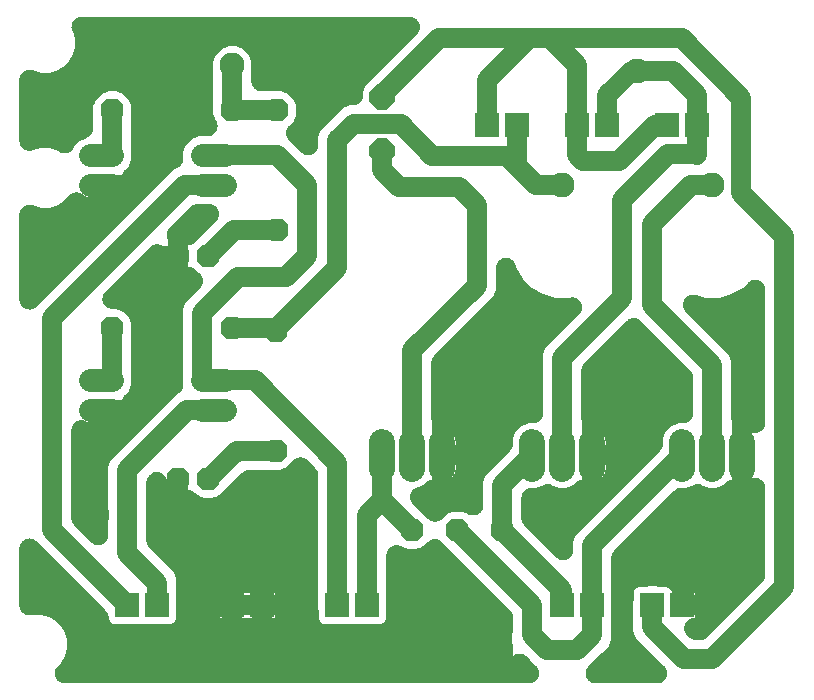
<source format=gbr>
G04 EAGLE Gerber RS-274X export*
G75*
%MOMM*%
%FSLAX34Y34*%
%LPD*%
%INBottom Copper*%
%IPPOS*%
%AMOC8*
5,1,8,0,0,1.08239X$1,22.5*%
G01*
%ADD10P,2.089446X8X202.500000*%
%ADD11C,1.930400*%
%ADD12C,2.235200*%
%ADD13P,2.089446X8X22.500000*%
%ADD14P,2.089446X8X112.500000*%
%ADD15P,2.089446X8X292.500000*%
%ADD16P,2.309387X8X112.500000*%
%ADD17R,2.133600X2.133600*%
%ADD18C,1.700000*%
%ADD19C,2.117600*%

G36*
X442195Y10179D02*
X442195Y10179D01*
X442568Y10194D01*
X442606Y10199D01*
X442645Y10201D01*
X443015Y10255D01*
X443385Y10306D01*
X443423Y10315D01*
X443461Y10320D01*
X443823Y10410D01*
X444187Y10496D01*
X444223Y10509D01*
X444261Y10518D01*
X444614Y10643D01*
X444966Y10764D01*
X445002Y10780D01*
X445039Y10793D01*
X445377Y10951D01*
X445716Y11105D01*
X445750Y11125D01*
X445786Y11141D01*
X446107Y11331D01*
X446430Y11518D01*
X446462Y11541D01*
X446495Y11561D01*
X446796Y11780D01*
X447100Y11998D01*
X447130Y12024D01*
X447161Y12047D01*
X447439Y12295D01*
X447721Y12541D01*
X447748Y12569D01*
X447777Y12595D01*
X448028Y12867D01*
X448286Y13141D01*
X448310Y13172D01*
X448336Y13201D01*
X448561Y13497D01*
X448790Y13793D01*
X448811Y13826D01*
X448834Y13857D01*
X449030Y14175D01*
X449229Y14491D01*
X449246Y14526D01*
X449267Y14559D01*
X449431Y14894D01*
X449598Y15228D01*
X449612Y15265D01*
X449629Y15300D01*
X449759Y15648D01*
X449894Y15998D01*
X449904Y16035D01*
X449918Y16072D01*
X450014Y16431D01*
X450114Y16792D01*
X450120Y16831D01*
X450130Y16868D01*
X450191Y17237D01*
X450256Y17604D01*
X450258Y17643D01*
X450265Y17682D01*
X450290Y18055D01*
X450318Y18426D01*
X450317Y18465D01*
X450320Y18504D01*
X450309Y18878D01*
X450301Y19250D01*
X450296Y19289D01*
X450295Y19328D01*
X450248Y19699D01*
X450204Y20069D01*
X450195Y20107D01*
X450190Y20146D01*
X450108Y20509D01*
X450028Y20874D01*
X450016Y20911D01*
X450007Y20949D01*
X449889Y21303D01*
X449775Y21659D01*
X449759Y21695D01*
X449747Y21732D01*
X449595Y22073D01*
X449447Y22415D01*
X449428Y22449D01*
X449412Y22485D01*
X449228Y22809D01*
X449047Y23136D01*
X449025Y23168D01*
X449006Y23202D01*
X448792Y23506D01*
X448580Y23815D01*
X448558Y23839D01*
X448532Y23877D01*
X447995Y24502D01*
X447893Y24600D01*
X447832Y24670D01*
X442338Y30164D01*
X439586Y32916D01*
X439339Y33140D01*
X439095Y33369D01*
X439034Y33417D01*
X438976Y33469D01*
X438708Y33669D01*
X438443Y33874D01*
X438377Y33915D01*
X438315Y33962D01*
X438029Y34134D01*
X437745Y34312D01*
X437675Y34347D01*
X437609Y34387D01*
X437307Y34532D01*
X437008Y34681D01*
X436935Y34709D01*
X436865Y34743D01*
X436551Y34857D01*
X436239Y34977D01*
X436164Y34998D01*
X436090Y35025D01*
X435767Y35108D01*
X435444Y35197D01*
X435367Y35211D01*
X435292Y35230D01*
X434962Y35281D01*
X434632Y35339D01*
X434554Y35345D01*
X434477Y35357D01*
X434144Y35376D01*
X433810Y35402D01*
X433732Y35400D01*
X433654Y35405D01*
X433320Y35391D01*
X432986Y35384D01*
X432909Y35375D01*
X432831Y35372D01*
X432500Y35327D01*
X432168Y35287D01*
X432091Y35271D01*
X432014Y35260D01*
X431689Y35183D01*
X431362Y35111D01*
X431288Y35087D01*
X431212Y35069D01*
X430896Y34961D01*
X430578Y34858D01*
X430506Y34827D01*
X430432Y34802D01*
X430128Y34663D01*
X429821Y34530D01*
X429753Y34493D01*
X429682Y34460D01*
X429393Y34293D01*
X429100Y34131D01*
X429036Y34086D01*
X428969Y34047D01*
X428697Y33853D01*
X428421Y33663D01*
X428374Y33622D01*
X428298Y33567D01*
X427678Y33025D01*
X427614Y32957D01*
X427599Y32944D01*
X427599Y38100D01*
X427599Y52701D01*
X427624Y52749D01*
X427653Y52822D01*
X427687Y52892D01*
X427804Y53205D01*
X427927Y53516D01*
X427948Y53591D01*
X427976Y53664D01*
X428062Y53986D01*
X428154Y54308D01*
X428168Y54385D01*
X428188Y54460D01*
X428243Y54789D01*
X428303Y55119D01*
X428308Y55182D01*
X428323Y55274D01*
X428378Y56096D01*
X428375Y56189D01*
X428379Y56252D01*
X428379Y66002D01*
X428365Y66297D01*
X428359Y66592D01*
X428345Y66708D01*
X428339Y66825D01*
X428296Y67118D01*
X428262Y67411D01*
X428237Y67525D01*
X428220Y67641D01*
X428149Y67928D01*
X428086Y68216D01*
X428050Y68328D01*
X428022Y68441D01*
X427923Y68720D01*
X427833Y69001D01*
X427786Y69108D01*
X427747Y69219D01*
X427622Y69486D01*
X427505Y69757D01*
X427448Y69860D01*
X427399Y69966D01*
X427248Y70220D01*
X427105Y70478D01*
X427039Y70574D01*
X426979Y70675D01*
X426805Y70913D01*
X426638Y71157D01*
X426576Y71227D01*
X426493Y71341D01*
X425945Y71957D01*
X425911Y71988D01*
X425890Y72012D01*
X367960Y129942D01*
X367712Y130167D01*
X367469Y130396D01*
X367407Y130443D01*
X367349Y130496D01*
X367081Y130696D01*
X366817Y130900D01*
X366751Y130941D01*
X366688Y130988D01*
X366401Y131161D01*
X366119Y131339D01*
X366049Y131374D01*
X365982Y131414D01*
X365681Y131558D01*
X365382Y131708D01*
X365309Y131736D01*
X365239Y131769D01*
X364924Y131884D01*
X364612Y132004D01*
X364537Y132024D01*
X364464Y132051D01*
X364140Y132134D01*
X363818Y132224D01*
X363741Y132237D01*
X363665Y132256D01*
X363335Y132308D01*
X363006Y132365D01*
X362928Y132371D01*
X362851Y132383D01*
X362516Y132403D01*
X362184Y132428D01*
X362106Y132426D01*
X362028Y132431D01*
X361693Y132418D01*
X361360Y132411D01*
X361282Y132402D01*
X361204Y132399D01*
X360873Y132353D01*
X360541Y132314D01*
X360465Y132297D01*
X360388Y132286D01*
X360062Y132209D01*
X359736Y132138D01*
X359662Y132114D01*
X359586Y132096D01*
X359270Y131987D01*
X358951Y131885D01*
X358879Y131854D01*
X358806Y131828D01*
X358503Y131690D01*
X358195Y131557D01*
X358127Y131519D01*
X358056Y131487D01*
X357766Y131319D01*
X357474Y131157D01*
X357410Y131113D01*
X357342Y131074D01*
X357071Y130880D01*
X356795Y130690D01*
X356747Y130648D01*
X356672Y130594D01*
X356051Y130051D01*
X355988Y129984D01*
X355940Y129942D01*
X352032Y126034D01*
X350243Y125292D01*
X349993Y125175D01*
X349740Y125065D01*
X349620Y124999D01*
X349497Y124940D01*
X349261Y124799D01*
X349103Y124712D01*
X348972Y124684D01*
X348871Y124650D01*
X348709Y124610D01*
X347932Y124335D01*
X347911Y124325D01*
X347896Y124320D01*
X346107Y123579D01*
X339693Y123579D01*
X337904Y124320D01*
X337645Y124413D01*
X337388Y124515D01*
X337257Y124552D01*
X337128Y124598D01*
X336861Y124666D01*
X336688Y124715D01*
X336575Y124789D01*
X336480Y124836D01*
X336337Y124922D01*
X335594Y125277D01*
X335572Y125285D01*
X335557Y125292D01*
X332673Y126487D01*
X332339Y126607D01*
X332008Y126731D01*
X331952Y126746D01*
X331897Y126766D01*
X331553Y126852D01*
X331212Y126943D01*
X331154Y126953D01*
X331097Y126967D01*
X330747Y127020D01*
X330398Y127078D01*
X330340Y127082D01*
X330282Y127091D01*
X329929Y127109D01*
X329576Y127133D01*
X329517Y127131D01*
X329459Y127134D01*
X329106Y127119D01*
X328752Y127108D01*
X328694Y127101D01*
X328635Y127098D01*
X328285Y127048D01*
X327934Y127004D01*
X327877Y126991D01*
X327819Y126982D01*
X327475Y126899D01*
X327131Y126820D01*
X327075Y126802D01*
X327018Y126788D01*
X326685Y126672D01*
X326348Y126560D01*
X326295Y126536D01*
X326240Y126517D01*
X325919Y126369D01*
X325595Y126225D01*
X325544Y126196D01*
X325491Y126172D01*
X325185Y125993D01*
X324878Y125819D01*
X324830Y125785D01*
X324779Y125756D01*
X324491Y125547D01*
X324203Y125345D01*
X324159Y125307D01*
X324111Y125273D01*
X323846Y125038D01*
X323578Y124808D01*
X323537Y124766D01*
X323493Y124727D01*
X323252Y124468D01*
X323007Y124213D01*
X322971Y124167D01*
X322931Y124124D01*
X322715Y123843D01*
X322497Y123566D01*
X322465Y123516D01*
X322430Y123470D01*
X322243Y123169D01*
X322052Y122872D01*
X322025Y122820D01*
X321994Y122770D01*
X321838Y122453D01*
X321676Y122138D01*
X321655Y122084D01*
X321629Y122031D01*
X321503Y121701D01*
X321373Y121371D01*
X321357Y121315D01*
X321336Y121260D01*
X321244Y120919D01*
X321146Y120579D01*
X321135Y120521D01*
X321120Y120465D01*
X321061Y120116D01*
X320997Y119768D01*
X320993Y119720D01*
X320982Y119652D01*
X320923Y118830D01*
X320926Y118713D01*
X320921Y118635D01*
X320921Y72890D01*
X320918Y72881D01*
X320850Y72614D01*
X320774Y72349D01*
X320749Y72214D01*
X320716Y72082D01*
X320675Y71809D01*
X320625Y71538D01*
X320617Y71432D01*
X320593Y71267D01*
X320549Y70444D01*
X320550Y70421D01*
X320549Y70405D01*
X320549Y64521D01*
X319775Y62654D01*
X318346Y61225D01*
X316479Y60451D01*
X310595Y60451D01*
X310320Y60438D01*
X310044Y60433D01*
X309908Y60418D01*
X309772Y60411D01*
X309499Y60371D01*
X309225Y60340D01*
X309091Y60312D01*
X308956Y60292D01*
X308689Y60226D01*
X308419Y60168D01*
X308318Y60134D01*
X308156Y60094D01*
X308115Y60079D01*
X301490Y60079D01*
X301481Y60082D01*
X301214Y60150D01*
X300949Y60226D01*
X300814Y60251D01*
X300682Y60284D01*
X300409Y60325D01*
X300138Y60375D01*
X300032Y60383D01*
X299867Y60407D01*
X299044Y60451D01*
X299021Y60450D01*
X299005Y60451D01*
X285195Y60451D01*
X284920Y60438D01*
X284644Y60433D01*
X284508Y60418D01*
X284372Y60411D01*
X284099Y60371D01*
X283825Y60340D01*
X283691Y60312D01*
X283556Y60292D01*
X283289Y60226D01*
X283019Y60168D01*
X282918Y60134D01*
X282756Y60094D01*
X282715Y60079D01*
X276090Y60079D01*
X276081Y60082D01*
X275814Y60150D01*
X275549Y60226D01*
X275414Y60251D01*
X275282Y60284D01*
X275009Y60325D01*
X274738Y60375D01*
X274632Y60383D01*
X274467Y60407D01*
X273644Y60451D01*
X273621Y60450D01*
X273605Y60451D01*
X267721Y60451D01*
X265854Y61225D01*
X264425Y62654D01*
X263651Y64521D01*
X263651Y70405D01*
X263638Y70680D01*
X263633Y70956D01*
X263618Y71092D01*
X263611Y71228D01*
X263571Y71501D01*
X263540Y71775D01*
X263512Y71909D01*
X263492Y72044D01*
X263426Y72311D01*
X263368Y72581D01*
X263334Y72682D01*
X263294Y72844D01*
X263279Y72885D01*
X263279Y186412D01*
X263265Y186708D01*
X263259Y187003D01*
X263245Y187119D01*
X263239Y187236D01*
X263196Y187529D01*
X263162Y187821D01*
X263137Y187936D01*
X263120Y188051D01*
X263049Y188338D01*
X262986Y188627D01*
X262950Y188738D01*
X262922Y188852D01*
X262823Y189130D01*
X262733Y189411D01*
X262686Y189519D01*
X262647Y189629D01*
X262522Y189896D01*
X262405Y190168D01*
X262348Y190270D01*
X262299Y190376D01*
X262148Y190630D01*
X262005Y190889D01*
X261939Y190985D01*
X261879Y191086D01*
X261705Y191324D01*
X261538Y191567D01*
X261476Y191637D01*
X261393Y191751D01*
X260845Y192367D01*
X260811Y192398D01*
X260790Y192422D01*
X254175Y199037D01*
X253928Y199262D01*
X253684Y199491D01*
X253622Y199539D01*
X253565Y199591D01*
X253296Y199791D01*
X253032Y199995D01*
X252966Y200037D01*
X252903Y200083D01*
X252617Y200256D01*
X252334Y200434D01*
X252264Y200469D01*
X252197Y200509D01*
X251896Y200653D01*
X251597Y200803D01*
X251524Y200831D01*
X251454Y200865D01*
X251139Y200979D01*
X250828Y201099D01*
X250752Y201120D01*
X250679Y201146D01*
X250355Y201230D01*
X250033Y201319D01*
X249956Y201332D01*
X249881Y201352D01*
X249550Y201403D01*
X249221Y201461D01*
X249143Y201467D01*
X249066Y201479D01*
X248732Y201498D01*
X248399Y201523D01*
X248321Y201522D01*
X248243Y201526D01*
X247908Y201513D01*
X247575Y201506D01*
X247497Y201497D01*
X247419Y201494D01*
X247088Y201448D01*
X246756Y201409D01*
X246680Y201392D01*
X246603Y201382D01*
X246277Y201304D01*
X245951Y201233D01*
X245877Y201209D01*
X245801Y201191D01*
X245485Y201083D01*
X245166Y200980D01*
X245095Y200949D01*
X245021Y200924D01*
X244717Y200785D01*
X244410Y200652D01*
X244342Y200614D01*
X244271Y200582D01*
X243982Y200414D01*
X243689Y200252D01*
X243625Y200208D01*
X243557Y200169D01*
X243286Y199974D01*
X243010Y199785D01*
X242963Y199743D01*
X242887Y199689D01*
X242267Y199146D01*
X242203Y199079D01*
X242155Y199037D01*
X236462Y193344D01*
X234673Y192602D01*
X234423Y192485D01*
X234170Y192375D01*
X234050Y192309D01*
X233927Y192250D01*
X233691Y192109D01*
X233533Y192022D01*
X233402Y191994D01*
X233301Y191960D01*
X233139Y191920D01*
X232362Y191645D01*
X232341Y191635D01*
X232326Y191630D01*
X230537Y190889D01*
X204508Y190889D01*
X204213Y190875D01*
X203918Y190869D01*
X203802Y190855D01*
X203685Y190849D01*
X203392Y190806D01*
X203099Y190772D01*
X202985Y190747D01*
X202869Y190730D01*
X202582Y190659D01*
X202294Y190596D01*
X202182Y190560D01*
X202069Y190532D01*
X201790Y190433D01*
X201509Y190343D01*
X201402Y190296D01*
X201291Y190257D01*
X201024Y190132D01*
X200753Y190015D01*
X200650Y189958D01*
X200544Y189909D01*
X200290Y189758D01*
X200032Y189615D01*
X199936Y189549D01*
X199835Y189489D01*
X199597Y189315D01*
X199353Y189148D01*
X199283Y189086D01*
X199169Y189003D01*
X198553Y188455D01*
X198522Y188421D01*
X198498Y188400D01*
X179312Y169214D01*
X177523Y168472D01*
X177273Y168355D01*
X177020Y168245D01*
X176900Y168179D01*
X176777Y168120D01*
X176541Y167979D01*
X176383Y167892D01*
X176252Y167864D01*
X176151Y167830D01*
X175989Y167790D01*
X175212Y167515D01*
X175191Y167505D01*
X175176Y167500D01*
X173387Y166759D01*
X166973Y166759D01*
X165184Y167500D01*
X164925Y167593D01*
X164668Y167695D01*
X164537Y167732D01*
X164408Y167778D01*
X164141Y167846D01*
X163968Y167895D01*
X163855Y167969D01*
X163760Y168016D01*
X163617Y168102D01*
X162874Y168457D01*
X162852Y168465D01*
X162837Y168472D01*
X161048Y169214D01*
X158916Y171346D01*
X158669Y171570D01*
X158425Y171799D01*
X158363Y171847D01*
X158306Y171899D01*
X158038Y172099D01*
X157773Y172304D01*
X157707Y172345D01*
X157645Y172392D01*
X157359Y172564D01*
X157075Y172742D01*
X157005Y172777D01*
X156939Y172817D01*
X156637Y172962D01*
X156338Y173111D01*
X156265Y173139D01*
X156195Y173173D01*
X155880Y173287D01*
X155569Y173407D01*
X155494Y173428D01*
X155420Y173455D01*
X155097Y173538D01*
X154774Y173627D01*
X154697Y173641D01*
X154622Y173660D01*
X154291Y173712D01*
X153962Y173769D01*
X153885Y173775D01*
X153807Y173787D01*
X153473Y173806D01*
X153279Y173821D01*
X153279Y182880D01*
X153263Y183213D01*
X153253Y183548D01*
X153243Y183625D01*
X153239Y183703D01*
X153191Y184034D01*
X153149Y184365D01*
X153131Y184441D01*
X153120Y184519D01*
X153039Y184843D01*
X152965Y185169D01*
X152941Y185243D01*
X152922Y185319D01*
X152810Y185634D01*
X152705Y185951D01*
X152673Y186023D01*
X152647Y186096D01*
X152506Y186399D01*
X152370Y186705D01*
X152332Y186772D01*
X152299Y186843D01*
X152128Y187131D01*
X151964Y187422D01*
X151919Y187486D01*
X151879Y187553D01*
X151682Y187823D01*
X151490Y188096D01*
X151439Y188156D01*
X151393Y188219D01*
X151170Y188469D01*
X150953Y188722D01*
X150897Y188776D01*
X150845Y188834D01*
X150599Y189061D01*
X150358Y189292D01*
X150297Y189341D01*
X150240Y189394D01*
X149974Y189595D01*
X149711Y189803D01*
X149645Y189845D01*
X149583Y189892D01*
X149299Y190067D01*
X149017Y190248D01*
X148947Y190283D01*
X148881Y190324D01*
X148581Y190471D01*
X148283Y190623D01*
X148210Y190652D01*
X148140Y190686D01*
X147828Y190803D01*
X147516Y190926D01*
X147441Y190948D01*
X147368Y190975D01*
X147045Y191062D01*
X146724Y191154D01*
X146647Y191168D01*
X146572Y191188D01*
X146242Y191243D01*
X145913Y191303D01*
X145850Y191307D01*
X145759Y191322D01*
X144936Y191377D01*
X144843Y191375D01*
X144780Y191379D01*
X144446Y191363D01*
X144112Y191353D01*
X144034Y191343D01*
X143956Y191339D01*
X143625Y191290D01*
X143294Y191248D01*
X143218Y191231D01*
X143141Y191219D01*
X142816Y191139D01*
X142490Y191065D01*
X142416Y191040D01*
X142341Y191021D01*
X142025Y190910D01*
X141708Y190804D01*
X141637Y190773D01*
X141563Y190747D01*
X141260Y190605D01*
X140955Y190470D01*
X140887Y190431D01*
X140816Y190398D01*
X140528Y190228D01*
X140238Y190063D01*
X140174Y190019D01*
X140107Y189979D01*
X139836Y189781D01*
X139563Y189590D01*
X139504Y189539D01*
X139441Y189493D01*
X139191Y189270D01*
X138938Y189053D01*
X138884Y188996D01*
X138825Y188944D01*
X138598Y188699D01*
X138367Y188458D01*
X138319Y188396D01*
X138266Y188339D01*
X138064Y188073D01*
X137857Y187810D01*
X137815Y187744D01*
X137768Y187682D01*
X137593Y187398D01*
X137412Y187116D01*
X137376Y187047D01*
X137335Y186980D01*
X137189Y186680D01*
X137036Y186383D01*
X137007Y186310D01*
X136973Y186240D01*
X136856Y185927D01*
X136733Y185616D01*
X136712Y185541D01*
X136684Y185468D01*
X136598Y185145D01*
X136506Y184824D01*
X136492Y184747D01*
X136472Y184671D01*
X136417Y184341D01*
X136356Y184013D01*
X136352Y183950D01*
X136337Y183858D01*
X136282Y183036D01*
X136285Y182943D01*
X136281Y182880D01*
X136281Y177728D01*
X135127Y178882D01*
X135127Y180710D01*
X135109Y181083D01*
X135094Y181456D01*
X135089Y181495D01*
X135087Y181533D01*
X135033Y181904D01*
X134982Y182273D01*
X134973Y182311D01*
X134968Y182349D01*
X134878Y182712D01*
X134792Y183075D01*
X134779Y183111D01*
X134770Y183149D01*
X134645Y183502D01*
X134524Y183855D01*
X134508Y183890D01*
X134495Y183927D01*
X134337Y184265D01*
X134182Y184605D01*
X134163Y184638D01*
X134147Y184674D01*
X133957Y184995D01*
X133770Y185318D01*
X133747Y185350D01*
X133727Y185383D01*
X133507Y185685D01*
X133290Y185988D01*
X133264Y186018D01*
X133241Y186049D01*
X132993Y186328D01*
X132747Y186609D01*
X132719Y186636D01*
X132693Y186665D01*
X132419Y186917D01*
X132147Y187174D01*
X132116Y187198D01*
X132087Y187224D01*
X131791Y187449D01*
X131495Y187678D01*
X131462Y187699D01*
X131431Y187722D01*
X131113Y187918D01*
X130797Y188117D01*
X130762Y188134D01*
X130729Y188155D01*
X130393Y188319D01*
X130059Y188486D01*
X130023Y188500D01*
X129988Y188517D01*
X129640Y188647D01*
X129290Y188782D01*
X129252Y188792D01*
X129216Y188806D01*
X128856Y188902D01*
X128496Y189002D01*
X128457Y189008D01*
X128420Y189018D01*
X128050Y189079D01*
X127684Y189144D01*
X127645Y189146D01*
X127606Y189153D01*
X127233Y189178D01*
X126862Y189206D01*
X126823Y189205D01*
X126784Y189208D01*
X126411Y189197D01*
X126037Y189189D01*
X125999Y189184D01*
X125960Y189183D01*
X125591Y189136D01*
X125219Y189092D01*
X125181Y189083D01*
X125142Y189078D01*
X124779Y188996D01*
X124413Y188916D01*
X124377Y188904D01*
X124339Y188895D01*
X123983Y188777D01*
X123629Y188663D01*
X123593Y188647D01*
X123556Y188635D01*
X123215Y188483D01*
X122873Y188335D01*
X122839Y188316D01*
X122803Y188300D01*
X122479Y188117D01*
X122152Y187935D01*
X122119Y187913D01*
X122086Y187894D01*
X121782Y187680D01*
X121473Y187467D01*
X121449Y187446D01*
X121411Y187420D01*
X120786Y186883D01*
X120688Y186781D01*
X120618Y186720D01*
X120210Y186312D01*
X120011Y186093D01*
X119807Y185880D01*
X119735Y185788D01*
X119656Y185701D01*
X119480Y185464D01*
X119297Y185233D01*
X119234Y185134D01*
X119164Y185040D01*
X119012Y184788D01*
X118852Y184539D01*
X118798Y184434D01*
X118738Y184334D01*
X118611Y184068D01*
X118476Y183805D01*
X118433Y183696D01*
X118383Y183590D01*
X118282Y183313D01*
X118173Y183038D01*
X118141Y182926D01*
X118101Y182816D01*
X118027Y182529D01*
X117946Y182246D01*
X117925Y182131D01*
X117896Y182017D01*
X117850Y181725D01*
X117797Y181435D01*
X117790Y181343D01*
X117769Y181203D01*
X117721Y180380D01*
X117723Y180334D01*
X117721Y180302D01*
X117721Y130848D01*
X117735Y130553D01*
X117741Y130258D01*
X117755Y130142D01*
X117761Y130025D01*
X117804Y129732D01*
X117838Y129439D01*
X117863Y129325D01*
X117880Y129209D01*
X117951Y128922D01*
X118014Y128634D01*
X118050Y128522D01*
X118078Y128409D01*
X118177Y128130D01*
X118267Y127849D01*
X118314Y127742D01*
X118353Y127631D01*
X118478Y127364D01*
X118595Y127093D01*
X118652Y126990D01*
X118701Y126884D01*
X118852Y126630D01*
X118995Y126372D01*
X119061Y126276D01*
X119121Y126175D01*
X119295Y125937D01*
X119462Y125693D01*
X119524Y125623D01*
X119607Y125509D01*
X120155Y124893D01*
X120189Y124862D01*
X120210Y124838D01*
X140667Y104382D01*
X143121Y98457D01*
X143121Y72890D01*
X143118Y72881D01*
X143050Y72614D01*
X142974Y72349D01*
X142949Y72214D01*
X142916Y72082D01*
X142875Y71809D01*
X142825Y71538D01*
X142817Y71432D01*
X142793Y71267D01*
X142749Y70444D01*
X142750Y70421D01*
X142749Y70405D01*
X142749Y64521D01*
X141975Y62654D01*
X140546Y61225D01*
X138679Y60451D01*
X132795Y60451D01*
X132520Y60438D01*
X132244Y60433D01*
X132108Y60418D01*
X131972Y60411D01*
X131699Y60371D01*
X131425Y60340D01*
X131291Y60312D01*
X131156Y60292D01*
X130889Y60226D01*
X130619Y60168D01*
X130518Y60134D01*
X130356Y60094D01*
X130315Y60079D01*
X123690Y60079D01*
X123681Y60082D01*
X123414Y60150D01*
X123149Y60226D01*
X123014Y60251D01*
X122882Y60284D01*
X122609Y60325D01*
X122338Y60375D01*
X122232Y60383D01*
X122067Y60407D01*
X121244Y60451D01*
X121221Y60450D01*
X121205Y60451D01*
X107395Y60451D01*
X107120Y60438D01*
X106844Y60433D01*
X106708Y60418D01*
X106572Y60411D01*
X106299Y60371D01*
X106025Y60340D01*
X105891Y60312D01*
X105756Y60292D01*
X105489Y60226D01*
X105219Y60168D01*
X105118Y60134D01*
X104956Y60094D01*
X104915Y60079D01*
X98290Y60079D01*
X98281Y60082D01*
X98014Y60150D01*
X97749Y60226D01*
X97614Y60251D01*
X97482Y60284D01*
X97209Y60325D01*
X96938Y60375D01*
X96832Y60383D01*
X96667Y60407D01*
X95844Y60451D01*
X95821Y60450D01*
X95805Y60451D01*
X89921Y60451D01*
X88054Y61225D01*
X86625Y62654D01*
X85851Y64521D01*
X85851Y65630D01*
X85837Y65925D01*
X85831Y66220D01*
X85817Y66336D01*
X85811Y66453D01*
X85768Y66746D01*
X85734Y67039D01*
X85709Y67153D01*
X85692Y67269D01*
X85621Y67556D01*
X85558Y67844D01*
X85522Y67956D01*
X85494Y68069D01*
X85395Y68348D01*
X85305Y68629D01*
X85258Y68736D01*
X85219Y68847D01*
X85094Y69114D01*
X84977Y69385D01*
X84920Y69488D01*
X84871Y69594D01*
X84720Y69848D01*
X84577Y70106D01*
X84511Y70203D01*
X84451Y70303D01*
X84277Y70541D01*
X84110Y70785D01*
X84048Y70855D01*
X83965Y70969D01*
X83417Y71585D01*
X83383Y71616D01*
X83362Y71640D01*
X24670Y130332D01*
X24393Y130583D01*
X24119Y130836D01*
X24088Y130860D01*
X24059Y130886D01*
X23759Y131110D01*
X23463Y131334D01*
X23430Y131355D01*
X23398Y131378D01*
X23078Y131571D01*
X22761Y131767D01*
X22726Y131784D01*
X22692Y131804D01*
X22355Y131965D01*
X22020Y132129D01*
X21984Y132143D01*
X21948Y132159D01*
X21597Y132287D01*
X21248Y132418D01*
X21210Y132428D01*
X21174Y132441D01*
X20812Y132534D01*
X20452Y132630D01*
X20413Y132637D01*
X20375Y132646D01*
X20006Y132704D01*
X19638Y132765D01*
X19600Y132767D01*
X19561Y132773D01*
X19187Y132795D01*
X18816Y132820D01*
X18777Y132819D01*
X18738Y132821D01*
X18365Y132806D01*
X17992Y132795D01*
X17953Y132790D01*
X17914Y132789D01*
X17544Y132738D01*
X17174Y132690D01*
X17136Y132682D01*
X17098Y132677D01*
X16734Y132590D01*
X16371Y132507D01*
X16333Y132495D01*
X16296Y132486D01*
X15944Y132365D01*
X15588Y132247D01*
X15553Y132231D01*
X15516Y132218D01*
X15177Y132064D01*
X14835Y131912D01*
X14801Y131893D01*
X14766Y131877D01*
X14442Y131689D01*
X14118Y131506D01*
X14086Y131483D01*
X14052Y131464D01*
X13748Y131246D01*
X13443Y131032D01*
X13414Y131007D01*
X13382Y130984D01*
X13100Y130737D01*
X12818Y130495D01*
X12791Y130467D01*
X12761Y130441D01*
X12505Y130169D01*
X12247Y129900D01*
X12223Y129869D01*
X12196Y129841D01*
X11968Y129546D01*
X11737Y129253D01*
X11716Y129220D01*
X11692Y129189D01*
X11494Y128873D01*
X11292Y128559D01*
X11274Y128524D01*
X11253Y128491D01*
X11086Y128156D01*
X10916Y127825D01*
X10902Y127789D01*
X10884Y127754D01*
X10751Y127406D01*
X10613Y127058D01*
X10602Y127021D01*
X10588Y126984D01*
X10489Y126624D01*
X10386Y126266D01*
X10379Y126228D01*
X10369Y126190D01*
X10304Y125822D01*
X10237Y125455D01*
X10234Y125423D01*
X10227Y125378D01*
X10164Y124556D01*
X10167Y124415D01*
X10161Y124322D01*
X10161Y76221D01*
X10171Y76012D01*
X10171Y75802D01*
X10191Y75600D01*
X10201Y75398D01*
X10231Y75190D01*
X10252Y74981D01*
X10291Y74782D01*
X10320Y74582D01*
X10371Y74379D01*
X10411Y74173D01*
X10470Y73979D01*
X10518Y73782D01*
X10588Y73584D01*
X10649Y73383D01*
X10725Y73196D01*
X10793Y73005D01*
X10882Y72815D01*
X10961Y72620D01*
X11056Y72442D01*
X11141Y72258D01*
X11248Y72077D01*
X11346Y71891D01*
X11458Y71722D01*
X11561Y71548D01*
X11685Y71379D01*
X11800Y71203D01*
X11928Y71046D01*
X12047Y70882D01*
X12187Y70726D01*
X12319Y70562D01*
X12461Y70418D01*
X12595Y70267D01*
X12749Y70124D01*
X12897Y69975D01*
X13052Y69845D01*
X13201Y69707D01*
X13368Y69581D01*
X13529Y69446D01*
X13696Y69331D01*
X13857Y69209D01*
X14036Y69099D01*
X14209Y68981D01*
X14387Y68883D01*
X14559Y68777D01*
X14748Y68685D01*
X14932Y68583D01*
X15118Y68504D01*
X15300Y68415D01*
X15496Y68341D01*
X15689Y68258D01*
X15882Y68197D01*
X16072Y68126D01*
X16274Y68072D01*
X16475Y68008D01*
X16673Y67965D01*
X16868Y67913D01*
X17075Y67879D01*
X17281Y67835D01*
X17482Y67812D01*
X17682Y67779D01*
X17891Y67765D01*
X18100Y67741D01*
X18302Y67737D01*
X18504Y67724D01*
X18714Y67730D01*
X18924Y67726D01*
X19126Y67742D01*
X19328Y67748D01*
X19537Y67775D01*
X19746Y67792D01*
X19890Y67820D01*
X20146Y67853D01*
X20726Y67985D01*
X20860Y68012D01*
X22087Y68341D01*
X28712Y68341D01*
X35112Y66626D01*
X40849Y63314D01*
X45534Y58629D01*
X48846Y52892D01*
X50561Y46492D01*
X50561Y39868D01*
X48846Y33468D01*
X45534Y27731D01*
X42473Y24670D01*
X42220Y24392D01*
X41968Y24119D01*
X41945Y24089D01*
X41919Y24059D01*
X41694Y23758D01*
X41470Y23463D01*
X41450Y23429D01*
X41426Y23398D01*
X41234Y23079D01*
X41038Y22761D01*
X41021Y22726D01*
X41001Y22692D01*
X40839Y22355D01*
X40676Y22020D01*
X40662Y21984D01*
X40645Y21949D01*
X40517Y21596D01*
X40387Y21248D01*
X40377Y21211D01*
X40363Y21174D01*
X40270Y20812D01*
X40174Y20452D01*
X40168Y20413D01*
X40158Y20375D01*
X40101Y20007D01*
X40040Y19638D01*
X40037Y19600D01*
X40031Y19561D01*
X40009Y19187D01*
X39985Y18816D01*
X39986Y18777D01*
X39983Y18738D01*
X39998Y18365D01*
X40009Y17992D01*
X40014Y17953D01*
X40016Y17914D01*
X40067Y17545D01*
X40114Y17174D01*
X40123Y17136D01*
X40128Y17098D01*
X40214Y16735D01*
X40297Y16371D01*
X40310Y16333D01*
X40319Y16296D01*
X40439Y15943D01*
X40558Y15588D01*
X40573Y15553D01*
X40586Y15516D01*
X40740Y15177D01*
X40892Y14835D01*
X40912Y14801D01*
X40928Y14766D01*
X41115Y14442D01*
X41299Y14118D01*
X41321Y14086D01*
X41341Y14052D01*
X41559Y13747D01*
X41772Y13443D01*
X41798Y13414D01*
X41821Y13382D01*
X42068Y13099D01*
X42309Y12818D01*
X42337Y12791D01*
X42363Y12761D01*
X42636Y12505D01*
X42904Y12247D01*
X42935Y12223D01*
X42963Y12196D01*
X43258Y11968D01*
X43552Y11737D01*
X43585Y11716D01*
X43616Y11692D01*
X43931Y11494D01*
X44246Y11292D01*
X44280Y11274D01*
X44313Y11253D01*
X44648Y11086D01*
X44979Y10916D01*
X45016Y10902D01*
X45051Y10884D01*
X45400Y10750D01*
X45746Y10613D01*
X45784Y10603D01*
X45820Y10588D01*
X46180Y10489D01*
X46539Y10386D01*
X46577Y10379D01*
X46614Y10369D01*
X46982Y10304D01*
X47349Y10237D01*
X47381Y10234D01*
X47427Y10227D01*
X48248Y10164D01*
X48390Y10167D01*
X48482Y10161D01*
X441822Y10161D01*
X442195Y10179D01*
G37*
G36*
X18878Y326652D02*
X18878Y326652D01*
X19250Y326660D01*
X19289Y326664D01*
X19328Y326666D01*
X19699Y326713D01*
X20069Y326757D01*
X20107Y326765D01*
X20146Y326770D01*
X20510Y326853D01*
X20874Y326933D01*
X20911Y326945D01*
X20949Y326953D01*
X21303Y327071D01*
X21659Y327186D01*
X21695Y327201D01*
X21732Y327214D01*
X22072Y327365D01*
X22415Y327514D01*
X22449Y327533D01*
X22485Y327549D01*
X22809Y327732D01*
X23136Y327913D01*
X23168Y327936D01*
X23202Y327955D01*
X23506Y328168D01*
X23815Y328381D01*
X23839Y328402D01*
X23877Y328429D01*
X24502Y328966D01*
X24600Y329068D01*
X24670Y329129D01*
X141008Y445467D01*
X143733Y446595D01*
X144017Y446729D01*
X144305Y446857D01*
X144390Y446906D01*
X144478Y446947D01*
X144748Y447109D01*
X145022Y447264D01*
X145102Y447320D01*
X145186Y447370D01*
X145440Y447557D01*
X145697Y447738D01*
X145771Y447801D01*
X145849Y447859D01*
X146084Y448070D01*
X146322Y448274D01*
X146390Y448345D01*
X146462Y448410D01*
X146675Y448643D01*
X146893Y448869D01*
X146953Y448946D01*
X147019Y449018D01*
X147208Y449270D01*
X147403Y449517D01*
X147456Y449599D01*
X147514Y449677D01*
X147678Y449946D01*
X147848Y450211D01*
X147893Y450298D01*
X147943Y450381D01*
X148080Y450664D01*
X148224Y450945D01*
X148260Y451035D01*
X148302Y451123D01*
X148411Y451419D01*
X148527Y451711D01*
X148554Y451805D01*
X148587Y451896D01*
X148667Y452201D01*
X148754Y452504D01*
X148772Y452599D01*
X148796Y452694D01*
X148846Y453005D01*
X148903Y453314D01*
X148909Y453392D01*
X148927Y453508D01*
X148978Y454330D01*
X148976Y454400D01*
X148979Y454447D01*
X148979Y460407D01*
X151433Y466332D01*
X155968Y470867D01*
X161893Y473321D01*
X169435Y473321D01*
X169789Y473338D01*
X170142Y473350D01*
X170200Y473358D01*
X170259Y473361D01*
X170609Y473412D01*
X170959Y473459D01*
X171016Y473472D01*
X171074Y473480D01*
X171418Y473565D01*
X171762Y473645D01*
X171817Y473664D01*
X171874Y473678D01*
X172209Y473797D01*
X172543Y473909D01*
X172596Y473933D01*
X172652Y473953D01*
X172973Y474103D01*
X173295Y474248D01*
X173346Y474277D01*
X173399Y474301D01*
X173704Y474482D01*
X174010Y474657D01*
X174058Y474691D01*
X174108Y474721D01*
X174394Y474929D01*
X174683Y475134D01*
X174727Y475172D01*
X174774Y475207D01*
X175038Y475442D01*
X175306Y475674D01*
X175346Y475716D01*
X175390Y475755D01*
X175629Y476015D01*
X175873Y476271D01*
X175910Y476318D01*
X175949Y476361D01*
X176162Y476641D01*
X176381Y476921D01*
X176412Y476971D01*
X176447Y477017D01*
X176633Y477319D01*
X176823Y477617D01*
X176849Y477669D01*
X176880Y477719D01*
X177035Y478037D01*
X177195Y478353D01*
X177216Y478407D01*
X177242Y478460D01*
X177366Y478790D01*
X177494Y479121D01*
X177510Y479177D01*
X177531Y479232D01*
X177622Y479573D01*
X177718Y479914D01*
X177728Y479972D01*
X177743Y480028D01*
X177801Y480378D01*
X177864Y480725D01*
X177868Y480784D01*
X177878Y480842D01*
X177902Y481195D01*
X177930Y481547D01*
X177929Y481606D01*
X177933Y481664D01*
X177922Y482018D01*
X177916Y482371D01*
X177910Y482429D01*
X177908Y482488D01*
X177863Y482839D01*
X177823Y483190D01*
X177811Y483248D01*
X177804Y483306D01*
X177725Y483651D01*
X177651Y483997D01*
X177636Y484042D01*
X177620Y484109D01*
X177360Y484892D01*
X177312Y484998D01*
X177287Y485073D01*
X176092Y487957D01*
X175975Y488207D01*
X175865Y488460D01*
X175799Y488580D01*
X175740Y488703D01*
X175599Y488940D01*
X175512Y489097D01*
X175484Y489228D01*
X175450Y489329D01*
X175410Y489491D01*
X175135Y490268D01*
X175126Y490289D01*
X175120Y490304D01*
X174379Y492093D01*
X174379Y536607D01*
X176833Y542532D01*
X181368Y547067D01*
X187293Y549521D01*
X193707Y549521D01*
X199632Y547067D01*
X204167Y542532D01*
X206621Y536607D01*
X206621Y519920D01*
X206637Y519586D01*
X206647Y519252D01*
X206657Y519175D01*
X206661Y519097D01*
X206709Y518766D01*
X206752Y518434D01*
X206769Y518358D01*
X206780Y518281D01*
X206861Y517956D01*
X206935Y517631D01*
X206960Y517557D01*
X206978Y517481D01*
X207090Y517164D01*
X207195Y516848D01*
X207227Y516777D01*
X207253Y516704D01*
X207394Y516400D01*
X207530Y516095D01*
X207568Y516027D01*
X207601Y515957D01*
X207772Y515668D01*
X207936Y515378D01*
X207981Y515314D01*
X208021Y515247D01*
X208218Y514976D01*
X208410Y514703D01*
X208461Y514644D01*
X208507Y514581D01*
X208730Y514331D01*
X208947Y514078D01*
X209003Y514024D01*
X209055Y513965D01*
X209301Y513738D01*
X209542Y513507D01*
X209603Y513459D01*
X209661Y513406D01*
X209926Y513204D01*
X210189Y512997D01*
X210255Y512955D01*
X210317Y512908D01*
X210602Y512733D01*
X210883Y512552D01*
X210953Y512516D01*
X211019Y512475D01*
X211319Y512329D01*
X211617Y512176D01*
X211690Y512147D01*
X211760Y512113D01*
X212073Y511996D01*
X212384Y511873D01*
X212459Y511852D01*
X212532Y511824D01*
X212855Y511738D01*
X213176Y511646D01*
X213253Y511632D01*
X213328Y511612D01*
X213658Y511557D01*
X213987Y511497D01*
X214050Y511492D01*
X214142Y511477D01*
X214964Y511422D01*
X215057Y511425D01*
X215120Y511421D01*
X231807Y511421D01*
X233596Y510680D01*
X233855Y510587D01*
X234112Y510485D01*
X234243Y510448D01*
X234372Y510402D01*
X234639Y510334D01*
X234812Y510285D01*
X234925Y510211D01*
X235020Y510164D01*
X235163Y510078D01*
X235906Y509723D01*
X235928Y509715D01*
X235943Y509708D01*
X237732Y508966D01*
X242266Y504432D01*
X243008Y502643D01*
X243125Y502393D01*
X243235Y502140D01*
X243301Y502020D01*
X243360Y501897D01*
X243501Y501661D01*
X243588Y501503D01*
X243616Y501372D01*
X243650Y501271D01*
X243690Y501109D01*
X243965Y500332D01*
X243974Y500311D01*
X243980Y500296D01*
X244721Y498507D01*
X244721Y492093D01*
X243980Y490304D01*
X243887Y490045D01*
X243785Y489788D01*
X243748Y489657D01*
X243702Y489528D01*
X243634Y489261D01*
X243585Y489088D01*
X243511Y488975D01*
X243464Y488880D01*
X243378Y488737D01*
X243023Y487994D01*
X243015Y487972D01*
X243008Y487957D01*
X242266Y486168D01*
X238358Y482260D01*
X238133Y482012D01*
X237904Y481769D01*
X237857Y481707D01*
X237804Y481649D01*
X237604Y481381D01*
X237400Y481117D01*
X237358Y481051D01*
X237312Y480988D01*
X237139Y480701D01*
X236961Y480419D01*
X236927Y480349D01*
X236886Y480282D01*
X236742Y479980D01*
X236592Y479682D01*
X236564Y479609D01*
X236531Y479539D01*
X236416Y479223D01*
X236296Y478912D01*
X236276Y478837D01*
X236249Y478764D01*
X236165Y478439D01*
X236076Y478118D01*
X236063Y478041D01*
X236044Y477965D01*
X235992Y477634D01*
X235935Y477306D01*
X235929Y477228D01*
X235917Y477151D01*
X235897Y476816D01*
X235872Y476484D01*
X235874Y476406D01*
X235869Y476328D01*
X235882Y475993D01*
X235889Y475660D01*
X235898Y475582D01*
X235901Y475504D01*
X235947Y475173D01*
X235986Y474841D01*
X236003Y474765D01*
X236014Y474688D01*
X236091Y474362D01*
X236162Y474036D01*
X236186Y473961D01*
X236204Y473886D01*
X236313Y473570D01*
X236415Y473251D01*
X236446Y473180D01*
X236472Y473106D01*
X236610Y472802D01*
X236743Y472495D01*
X236781Y472426D01*
X236813Y472356D01*
X236981Y472067D01*
X237143Y471774D01*
X237187Y471710D01*
X237226Y471642D01*
X237420Y471371D01*
X237610Y471095D01*
X237652Y471047D01*
X237706Y470972D01*
X238249Y470351D01*
X238316Y470288D01*
X238358Y470240D01*
X243462Y465136D01*
X248770Y459828D01*
X249048Y459576D01*
X249321Y459324D01*
X249352Y459300D01*
X249381Y459274D01*
X249681Y459051D01*
X249977Y458826D01*
X250011Y458805D01*
X250042Y458782D01*
X250363Y458588D01*
X250679Y458393D01*
X250714Y458376D01*
X250748Y458356D01*
X251086Y458194D01*
X251420Y458031D01*
X251456Y458018D01*
X251491Y458001D01*
X251844Y457872D01*
X252192Y457742D01*
X252229Y457732D01*
X252266Y457719D01*
X252629Y457626D01*
X252988Y457530D01*
X253027Y457523D01*
X253065Y457514D01*
X253434Y457456D01*
X253802Y457395D01*
X253840Y457393D01*
X253879Y457387D01*
X254253Y457365D01*
X254624Y457340D01*
X254663Y457341D01*
X254702Y457339D01*
X255075Y457354D01*
X255448Y457365D01*
X255487Y457370D01*
X255526Y457371D01*
X255895Y457422D01*
X256266Y457470D01*
X256304Y457478D01*
X256342Y457483D01*
X256706Y457570D01*
X257069Y457653D01*
X257107Y457665D01*
X257144Y457674D01*
X257498Y457795D01*
X257852Y457913D01*
X257887Y457929D01*
X257924Y457942D01*
X258264Y458096D01*
X258605Y458248D01*
X258639Y458267D01*
X258674Y458283D01*
X258998Y458470D01*
X259322Y458654D01*
X259354Y458676D01*
X259388Y458696D01*
X259692Y458914D01*
X259997Y459128D01*
X260026Y459153D01*
X260058Y459176D01*
X260340Y459422D01*
X260622Y459665D01*
X260649Y459693D01*
X260679Y459719D01*
X260935Y459992D01*
X261193Y460260D01*
X261217Y460291D01*
X261244Y460319D01*
X261472Y460614D01*
X261703Y460907D01*
X261724Y460940D01*
X261748Y460971D01*
X261946Y461287D01*
X262148Y461601D01*
X262166Y461636D01*
X262187Y461669D01*
X262354Y462003D01*
X262524Y462335D01*
X262538Y462371D01*
X262556Y462406D01*
X262690Y462755D01*
X262827Y463102D01*
X262838Y463139D01*
X262852Y463176D01*
X262951Y463536D01*
X263054Y463894D01*
X263061Y463932D01*
X263071Y463970D01*
X263136Y464339D01*
X263203Y464705D01*
X263206Y464737D01*
X263213Y464782D01*
X263276Y465604D01*
X263273Y465745D01*
X263279Y465838D01*
X263279Y473107D01*
X265733Y479032D01*
X283998Y497297D01*
X289923Y499751D01*
X292880Y499751D01*
X293214Y499767D01*
X293548Y499777D01*
X293625Y499787D01*
X293703Y499791D01*
X294034Y499839D01*
X294366Y499882D01*
X294442Y499899D01*
X294519Y499910D01*
X294844Y499991D01*
X295169Y500065D01*
X295243Y500090D01*
X295319Y500108D01*
X295635Y500220D01*
X295952Y500325D01*
X296023Y500357D01*
X296096Y500383D01*
X296400Y500524D01*
X296705Y500660D01*
X296773Y500698D01*
X296843Y500731D01*
X297132Y500902D01*
X297422Y501066D01*
X297486Y501111D01*
X297553Y501151D01*
X297824Y501348D01*
X298097Y501540D01*
X298156Y501591D01*
X298219Y501637D01*
X298469Y501860D01*
X298722Y502077D01*
X298776Y502133D01*
X298835Y502185D01*
X299062Y502431D01*
X299293Y502672D01*
X299341Y502733D01*
X299394Y502791D01*
X299596Y503056D01*
X299803Y503319D01*
X299845Y503385D01*
X299892Y503447D01*
X300067Y503732D01*
X300248Y504013D01*
X300284Y504083D01*
X300325Y504149D01*
X300471Y504449D01*
X300624Y504747D01*
X300653Y504820D01*
X300687Y504890D01*
X300804Y505203D01*
X300927Y505514D01*
X300948Y505589D01*
X300976Y505662D01*
X301062Y505985D01*
X301154Y506306D01*
X301168Y506383D01*
X301188Y506458D01*
X301243Y506788D01*
X301303Y507117D01*
X301308Y507180D01*
X301323Y507272D01*
X301378Y508094D01*
X301375Y508187D01*
X301379Y508250D01*
X301379Y511310D01*
X301382Y511319D01*
X301450Y511586D01*
X301526Y511851D01*
X301551Y511986D01*
X301584Y512118D01*
X301625Y512391D01*
X301675Y512662D01*
X301683Y512768D01*
X301707Y512933D01*
X301724Y513251D01*
X301745Y513273D01*
X301830Y513380D01*
X301922Y513480D01*
X302087Y513702D01*
X302258Y513918D01*
X302333Y514032D01*
X302414Y514142D01*
X302557Y514378D01*
X302707Y514610D01*
X302754Y514705D01*
X302840Y514848D01*
X303195Y515591D01*
X303203Y515613D01*
X303210Y515627D01*
X303834Y517132D01*
X309564Y522862D01*
X346742Y560040D01*
X346993Y560317D01*
X347246Y560591D01*
X347270Y560622D01*
X347296Y560651D01*
X347520Y560951D01*
X347744Y561247D01*
X347765Y561280D01*
X347788Y561312D01*
X347981Y561631D01*
X348177Y561949D01*
X348194Y561984D01*
X348214Y562018D01*
X348375Y562355D01*
X348539Y562690D01*
X348553Y562726D01*
X348569Y562762D01*
X348697Y563113D01*
X348828Y563462D01*
X348838Y563499D01*
X348851Y563536D01*
X348944Y563899D01*
X349040Y564258D01*
X349047Y564297D01*
X349056Y564335D01*
X349114Y564704D01*
X349175Y565072D01*
X349177Y565110D01*
X349183Y565149D01*
X349205Y565523D01*
X349230Y565894D01*
X349229Y565933D01*
X349231Y565972D01*
X349216Y566345D01*
X349205Y566718D01*
X349200Y566757D01*
X349199Y566796D01*
X349148Y567165D01*
X349100Y567536D01*
X349092Y567574D01*
X349087Y567612D01*
X349000Y567976D01*
X348917Y568339D01*
X348905Y568377D01*
X348896Y568414D01*
X348775Y568766D01*
X348657Y569122D01*
X348641Y569157D01*
X348628Y569194D01*
X348474Y569533D01*
X348322Y569875D01*
X348303Y569909D01*
X348287Y569944D01*
X348099Y570268D01*
X347916Y570592D01*
X347893Y570624D01*
X347874Y570658D01*
X347656Y570962D01*
X347442Y571267D01*
X347417Y571296D01*
X347394Y571328D01*
X347147Y571610D01*
X346905Y571892D01*
X346877Y571919D01*
X346851Y571949D01*
X346579Y572205D01*
X346310Y572463D01*
X346279Y572487D01*
X346251Y572514D01*
X345956Y572742D01*
X345663Y572973D01*
X345630Y572994D01*
X345599Y573018D01*
X345283Y573216D01*
X344969Y573418D01*
X344934Y573436D01*
X344901Y573457D01*
X344568Y573623D01*
X344235Y573794D01*
X344199Y573808D01*
X344164Y573826D01*
X343815Y573960D01*
X343468Y574097D01*
X343431Y574108D01*
X343394Y574122D01*
X343034Y574221D01*
X342676Y574324D01*
X342638Y574331D01*
X342600Y574341D01*
X342232Y574406D01*
X341865Y574473D01*
X341833Y574476D01*
X341788Y574483D01*
X340966Y574546D01*
X340825Y574543D01*
X340732Y574549D01*
X62765Y574549D01*
X62680Y574545D01*
X62594Y574548D01*
X62268Y574525D01*
X61942Y574509D01*
X61857Y574497D01*
X61772Y574491D01*
X61450Y574437D01*
X61126Y574390D01*
X61043Y574369D01*
X60959Y574355D01*
X60643Y574270D01*
X60326Y574192D01*
X60245Y574163D01*
X60163Y574141D01*
X59858Y574026D01*
X59549Y573917D01*
X59471Y573881D01*
X59391Y573851D01*
X59098Y573707D01*
X58802Y573569D01*
X58728Y573525D01*
X58651Y573487D01*
X58373Y573315D01*
X58092Y573149D01*
X58023Y573099D01*
X57950Y573054D01*
X57690Y572856D01*
X57426Y572663D01*
X57362Y572606D01*
X57294Y572554D01*
X57055Y572332D01*
X56811Y572115D01*
X56753Y572052D01*
X56690Y571994D01*
X56472Y571749D01*
X56251Y571509D01*
X56200Y571441D01*
X56143Y571377D01*
X55950Y571113D01*
X55753Y570853D01*
X55708Y570780D01*
X55658Y570710D01*
X55492Y570429D01*
X55321Y570151D01*
X55283Y570074D01*
X55240Y570000D01*
X55102Y569704D01*
X54958Y569410D01*
X54928Y569330D01*
X54892Y569252D01*
X54784Y568944D01*
X54670Y568638D01*
X54648Y568555D01*
X54619Y568475D01*
X54541Y568157D01*
X54457Y567842D01*
X54443Y567757D01*
X54423Y567674D01*
X54376Y567351D01*
X54322Y567028D01*
X54317Y566943D01*
X54304Y566858D01*
X54289Y566532D01*
X54267Y566206D01*
X54270Y566121D01*
X54266Y566035D01*
X54282Y565708D01*
X54292Y565382D01*
X54303Y565297D01*
X54307Y565212D01*
X54355Y564888D01*
X54397Y564564D01*
X54416Y564481D01*
X54428Y564396D01*
X54508Y564078D01*
X54580Y563761D01*
X54607Y563679D01*
X54628Y563596D01*
X54737Y563288D01*
X54840Y562978D01*
X54875Y562900D01*
X54904Y562819D01*
X54979Y562666D01*
X55175Y562225D01*
X55182Y562212D01*
X56911Y555762D01*
X56911Y549138D01*
X55196Y542738D01*
X51884Y537001D01*
X47199Y532316D01*
X41462Y529004D01*
X35062Y527289D01*
X28438Y527289D01*
X21489Y529151D01*
X21412Y529182D01*
X21329Y529206D01*
X21248Y529236D01*
X20933Y529320D01*
X20621Y529410D01*
X20536Y529426D01*
X20452Y529449D01*
X20130Y529502D01*
X19810Y529561D01*
X19724Y529569D01*
X19638Y529583D01*
X19313Y529605D01*
X18989Y529633D01*
X18902Y529632D01*
X18816Y529638D01*
X18490Y529628D01*
X18165Y529625D01*
X18079Y529616D01*
X17992Y529613D01*
X17669Y529572D01*
X17345Y529537D01*
X17260Y529520D01*
X17174Y529509D01*
X16857Y529436D01*
X16538Y529370D01*
X16455Y529345D01*
X16371Y529325D01*
X16061Y529223D01*
X15750Y529126D01*
X15670Y529092D01*
X15588Y529065D01*
X15291Y528933D01*
X14990Y528807D01*
X14914Y528765D01*
X14835Y528730D01*
X14552Y528570D01*
X14265Y528415D01*
X14193Y528367D01*
X14118Y528324D01*
X13852Y528137D01*
X13581Y527955D01*
X13514Y527900D01*
X13443Y527850D01*
X13197Y527639D01*
X12945Y527431D01*
X12883Y527370D01*
X12818Y527313D01*
X12592Y527078D01*
X12362Y526848D01*
X12307Y526781D01*
X12247Y526718D01*
X12045Y526462D01*
X11839Y526211D01*
X11791Y526139D01*
X11737Y526071D01*
X11561Y525796D01*
X11380Y525526D01*
X11339Y525450D01*
X11292Y525377D01*
X11144Y525087D01*
X10989Y524800D01*
X10956Y524720D01*
X10916Y524643D01*
X10797Y524341D01*
X10671Y524040D01*
X10645Y523957D01*
X10613Y523877D01*
X10524Y523564D01*
X10427Y523252D01*
X10410Y523167D01*
X10386Y523084D01*
X10327Y522764D01*
X10261Y522445D01*
X10252Y522359D01*
X10237Y522274D01*
X10225Y522102D01*
X10175Y521625D01*
X10172Y521306D01*
X10161Y521140D01*
X10161Y469460D01*
X10165Y469373D01*
X10162Y469287D01*
X10185Y468962D01*
X10201Y468636D01*
X10213Y468550D01*
X10219Y468464D01*
X10273Y468143D01*
X10320Y467821D01*
X10341Y467737D01*
X10355Y467651D01*
X10440Y467336D01*
X10518Y467020D01*
X10547Y466939D01*
X10570Y466855D01*
X10684Y466550D01*
X10793Y466243D01*
X10829Y466165D01*
X10860Y466084D01*
X11004Y465792D01*
X11141Y465496D01*
X11186Y465422D01*
X11224Y465344D01*
X11395Y465067D01*
X11561Y464786D01*
X11612Y464717D01*
X11657Y464643D01*
X11855Y464384D01*
X12047Y464121D01*
X12104Y464056D01*
X12157Y463987D01*
X12379Y463748D01*
X12595Y463505D01*
X12659Y463446D01*
X12718Y463383D01*
X12962Y463166D01*
X13201Y462946D01*
X13269Y462893D01*
X13334Y462836D01*
X13598Y462644D01*
X13857Y462447D01*
X13931Y462402D01*
X14001Y462351D01*
X14282Y462186D01*
X14559Y462015D01*
X14637Y461977D01*
X14712Y461933D01*
X15008Y461796D01*
X15300Y461653D01*
X15381Y461623D01*
X15459Y461586D01*
X15768Y461478D01*
X16072Y461364D01*
X16155Y461342D01*
X16237Y461313D01*
X16554Y461235D01*
X16868Y461151D01*
X16954Y461137D01*
X17038Y461117D01*
X17360Y461070D01*
X17682Y461017D01*
X17768Y461011D01*
X17854Y460999D01*
X18179Y460984D01*
X18504Y460962D01*
X18591Y460964D01*
X18677Y460960D01*
X19002Y460977D01*
X19328Y460987D01*
X19414Y460998D01*
X19500Y461002D01*
X19823Y461050D01*
X20146Y461091D01*
X20230Y461110D01*
X20316Y461123D01*
X20632Y461202D01*
X20949Y461275D01*
X21032Y461302D01*
X21116Y461323D01*
X21412Y461428D01*
X28438Y463311D01*
X35062Y463311D01*
X41462Y461596D01*
X44374Y459915D01*
X44432Y459885D01*
X44488Y459850D01*
X44800Y459695D01*
X45107Y459538D01*
X45168Y459514D01*
X45227Y459484D01*
X45552Y459361D01*
X45873Y459234D01*
X45936Y459215D01*
X45998Y459192D01*
X46332Y459101D01*
X46665Y459005D01*
X46730Y458993D01*
X46793Y458975D01*
X47134Y458917D01*
X47475Y458854D01*
X47541Y458848D01*
X47606Y458837D01*
X47952Y458812D01*
X48296Y458782D01*
X48362Y458783D01*
X48428Y458778D01*
X48775Y458787D01*
X49121Y458791D01*
X49186Y458798D01*
X49252Y458799D01*
X49596Y458842D01*
X49940Y458879D01*
X50005Y458892D01*
X50071Y458900D01*
X50409Y458976D01*
X50748Y459046D01*
X50811Y459066D01*
X50875Y459080D01*
X51204Y459188D01*
X51535Y459290D01*
X51596Y459316D01*
X51659Y459337D01*
X51975Y459476D01*
X52295Y459610D01*
X52353Y459641D01*
X52413Y459668D01*
X52716Y459837D01*
X53020Y460002D01*
X53075Y460039D01*
X53132Y460071D01*
X53417Y460269D01*
X53704Y460462D01*
X53755Y460504D01*
X53809Y460542D01*
X54073Y460766D01*
X54340Y460986D01*
X54387Y461033D01*
X54437Y461076D01*
X54678Y461324D01*
X54923Y461570D01*
X54965Y461621D01*
X55010Y461668D01*
X55225Y461938D01*
X55446Y462207D01*
X55483Y462262D01*
X55524Y462313D01*
X55711Y462603D01*
X55905Y462891D01*
X55936Y462950D01*
X55972Y463005D01*
X56042Y463147D01*
X56295Y463617D01*
X56406Y463882D01*
X56476Y464023D01*
X57106Y465545D01*
X61251Y469690D01*
X67533Y472292D01*
X67817Y472426D01*
X68105Y472554D01*
X68190Y472602D01*
X68278Y472644D01*
X68548Y472805D01*
X68822Y472960D01*
X68902Y473016D01*
X68986Y473066D01*
X69240Y473254D01*
X69497Y473434D01*
X69571Y473498D01*
X69649Y473556D01*
X69884Y473766D01*
X70122Y473971D01*
X70190Y474042D01*
X70262Y474107D01*
X70475Y474339D01*
X70693Y474566D01*
X70753Y474643D01*
X70819Y474715D01*
X71008Y474966D01*
X71203Y475214D01*
X71256Y475296D01*
X71314Y475374D01*
X71478Y475642D01*
X71648Y475908D01*
X71693Y475995D01*
X71743Y476078D01*
X71880Y476361D01*
X72024Y476641D01*
X72060Y476732D01*
X72102Y476820D01*
X72211Y477116D01*
X72327Y477408D01*
X72354Y477502D01*
X72387Y477593D01*
X72467Y477898D01*
X72554Y478200D01*
X72572Y478296D01*
X72596Y478391D01*
X72646Y478702D01*
X72703Y479011D01*
X72709Y479089D01*
X72727Y479204D01*
X72778Y480027D01*
X72776Y480096D01*
X72779Y480144D01*
X72779Y498507D01*
X73520Y500296D01*
X73613Y500555D01*
X73715Y500812D01*
X73752Y500943D01*
X73798Y501072D01*
X73866Y501339D01*
X73915Y501512D01*
X73989Y501625D01*
X74036Y501720D01*
X74122Y501863D01*
X74477Y502606D01*
X74485Y502628D01*
X74492Y502643D01*
X75234Y504432D01*
X79768Y508966D01*
X81557Y509708D01*
X81807Y509825D01*
X82060Y509935D01*
X82180Y510001D01*
X82303Y510060D01*
X82539Y510201D01*
X82697Y510288D01*
X82828Y510316D01*
X82929Y510350D01*
X83091Y510390D01*
X83868Y510665D01*
X83889Y510674D01*
X83904Y510680D01*
X85693Y511421D01*
X92107Y511421D01*
X93896Y510680D01*
X94155Y510587D01*
X94412Y510485D01*
X94543Y510448D01*
X94672Y510402D01*
X94939Y510334D01*
X95112Y510285D01*
X95225Y510211D01*
X95320Y510164D01*
X95463Y510078D01*
X96206Y509723D01*
X96228Y509715D01*
X96243Y509708D01*
X98032Y508966D01*
X102566Y504432D01*
X103308Y502643D01*
X103425Y502393D01*
X103535Y502140D01*
X103601Y502020D01*
X103660Y501897D01*
X103801Y501661D01*
X103888Y501503D01*
X103916Y501372D01*
X103950Y501271D01*
X103990Y501109D01*
X104265Y500332D01*
X104274Y500311D01*
X104280Y500296D01*
X105021Y498507D01*
X105021Y453993D01*
X102567Y448068D01*
X99542Y445043D01*
X99330Y444810D01*
X99113Y444582D01*
X99053Y444505D01*
X98988Y444433D01*
X98799Y444180D01*
X98606Y443932D01*
X98554Y443850D01*
X98495Y443772D01*
X98333Y443502D01*
X98164Y443236D01*
X98120Y443149D01*
X98070Y443066D01*
X97934Y442781D01*
X97792Y442501D01*
X97756Y442410D01*
X97714Y442322D01*
X97606Y442026D01*
X97492Y441733D01*
X97466Y441639D01*
X97432Y441547D01*
X97354Y441243D01*
X97269Y440939D01*
X97251Y440843D01*
X97227Y440749D01*
X97179Y440438D01*
X97154Y440299D01*
X88900Y440299D01*
X88567Y440283D01*
X88232Y440273D01*
X88155Y440263D01*
X88077Y440259D01*
X87746Y440211D01*
X87415Y440169D01*
X87339Y440151D01*
X87261Y440140D01*
X86937Y440059D01*
X86611Y439985D01*
X86537Y439961D01*
X86461Y439942D01*
X86146Y439830D01*
X85829Y439725D01*
X85757Y439693D01*
X85684Y439667D01*
X85381Y439526D01*
X85075Y439390D01*
X85008Y439352D01*
X84937Y439319D01*
X84649Y439148D01*
X84358Y438984D01*
X84294Y438939D01*
X84227Y438899D01*
X83957Y438702D01*
X83684Y438510D01*
X83624Y438459D01*
X83561Y438413D01*
X83311Y438190D01*
X83058Y437973D01*
X83004Y437917D01*
X82946Y437865D01*
X82945Y437864D01*
X82718Y437619D01*
X82487Y437378D01*
X82439Y437316D01*
X82386Y437259D01*
X82184Y436993D01*
X81977Y436730D01*
X81935Y436664D01*
X81888Y436602D01*
X81713Y436318D01*
X81532Y436036D01*
X81496Y435967D01*
X81455Y435900D01*
X81309Y435600D01*
X81156Y435303D01*
X81127Y435230D01*
X81093Y435160D01*
X80976Y434847D01*
X80853Y434536D01*
X80832Y434461D01*
X80804Y434388D01*
X80718Y434065D01*
X80626Y433744D01*
X80612Y433667D01*
X80592Y433591D01*
X80537Y433261D01*
X80476Y432933D01*
X80472Y432870D01*
X80457Y432778D01*
X80402Y431956D01*
X80405Y431863D01*
X80401Y431800D01*
X80401Y422147D01*
X68963Y422147D01*
X67709Y422312D01*
X66487Y422640D01*
X65317Y423124D01*
X64222Y423757D01*
X63751Y424118D01*
X63594Y424226D01*
X63444Y424343D01*
X63256Y424461D01*
X63074Y424587D01*
X62907Y424680D01*
X62746Y424782D01*
X62548Y424881D01*
X62354Y424989D01*
X62179Y425065D01*
X62009Y425151D01*
X61802Y425230D01*
X61599Y425319D01*
X61418Y425378D01*
X61240Y425446D01*
X61026Y425506D01*
X60815Y425574D01*
X60629Y425616D01*
X60445Y425666D01*
X60227Y425705D01*
X60010Y425753D01*
X59821Y425775D01*
X59633Y425808D01*
X59412Y425825D01*
X59192Y425852D01*
X59001Y425856D01*
X58811Y425871D01*
X58589Y425866D01*
X58368Y425872D01*
X58178Y425858D01*
X57987Y425854D01*
X57767Y425827D01*
X57545Y425811D01*
X57358Y425779D01*
X57168Y425757D01*
X56952Y425709D01*
X56733Y425672D01*
X56549Y425621D01*
X56363Y425581D01*
X56152Y425512D01*
X55938Y425454D01*
X55760Y425386D01*
X55579Y425328D01*
X55375Y425239D01*
X55168Y425160D01*
X54997Y425075D01*
X54822Y425000D01*
X54628Y424892D01*
X54429Y424793D01*
X54268Y424692D01*
X54101Y424600D01*
X53919Y424474D01*
X53730Y424357D01*
X53579Y424240D01*
X53422Y424132D01*
X53304Y424029D01*
X53077Y423854D01*
X52687Y423489D01*
X52567Y423385D01*
X47199Y418016D01*
X41462Y414704D01*
X35062Y412989D01*
X28438Y412989D01*
X21489Y414851D01*
X21412Y414882D01*
X21329Y414906D01*
X21248Y414936D01*
X20933Y415020D01*
X20621Y415110D01*
X20536Y415126D01*
X20452Y415149D01*
X20130Y415202D01*
X19810Y415261D01*
X19724Y415269D01*
X19638Y415283D01*
X19313Y415305D01*
X18989Y415333D01*
X18902Y415332D01*
X18816Y415338D01*
X18490Y415328D01*
X18165Y415325D01*
X18079Y415316D01*
X17992Y415313D01*
X17669Y415272D01*
X17345Y415237D01*
X17260Y415220D01*
X17174Y415209D01*
X16857Y415136D01*
X16538Y415070D01*
X16455Y415045D01*
X16371Y415025D01*
X16061Y414923D01*
X15750Y414826D01*
X15670Y414792D01*
X15588Y414765D01*
X15291Y414633D01*
X14990Y414507D01*
X14914Y414465D01*
X14835Y414430D01*
X14552Y414270D01*
X14265Y414115D01*
X14193Y414067D01*
X14118Y414024D01*
X13852Y413837D01*
X13581Y413655D01*
X13514Y413600D01*
X13443Y413550D01*
X13197Y413339D01*
X12945Y413131D01*
X12883Y413070D01*
X12818Y413013D01*
X12592Y412778D01*
X12362Y412548D01*
X12307Y412481D01*
X12247Y412418D01*
X12045Y412162D01*
X11839Y411911D01*
X11791Y411839D01*
X11737Y411771D01*
X11561Y411496D01*
X11380Y411226D01*
X11339Y411150D01*
X11292Y411077D01*
X11143Y410787D01*
X10989Y410500D01*
X10956Y410420D01*
X10916Y410343D01*
X10797Y410041D01*
X10671Y409740D01*
X10645Y409657D01*
X10613Y409577D01*
X10524Y409264D01*
X10427Y408952D01*
X10410Y408867D01*
X10386Y408784D01*
X10327Y408464D01*
X10261Y408145D01*
X10252Y408059D01*
X10237Y407974D01*
X10225Y407802D01*
X10175Y407325D01*
X10172Y407006D01*
X10161Y406840D01*
X10161Y335139D01*
X10179Y334766D01*
X10194Y334393D01*
X10199Y334354D01*
X10201Y334315D01*
X10255Y333946D01*
X10306Y333576D01*
X10315Y333538D01*
X10320Y333500D01*
X10410Y333137D01*
X10496Y332774D01*
X10509Y332737D01*
X10518Y332699D01*
X10643Y332346D01*
X10764Y331994D01*
X10780Y331959D01*
X10793Y331922D01*
X10951Y331583D01*
X11105Y331244D01*
X11125Y331210D01*
X11141Y331175D01*
X11332Y330853D01*
X11518Y330531D01*
X11541Y330499D01*
X11561Y330465D01*
X11781Y330164D01*
X11998Y329860D01*
X12024Y329831D01*
X12047Y329800D01*
X12295Y329521D01*
X12541Y329240D01*
X12569Y329213D01*
X12595Y329184D01*
X12869Y328931D01*
X13141Y328675D01*
X13172Y328651D01*
X13201Y328625D01*
X13497Y328400D01*
X13793Y328171D01*
X13826Y328150D01*
X13857Y328126D01*
X14175Y327931D01*
X14491Y327732D01*
X14526Y327714D01*
X14559Y327694D01*
X14894Y327530D01*
X15228Y327363D01*
X15265Y327349D01*
X15300Y327332D01*
X15649Y327201D01*
X15998Y327067D01*
X16035Y327057D01*
X16072Y327043D01*
X16432Y326947D01*
X16792Y326847D01*
X16831Y326840D01*
X16868Y326830D01*
X17237Y326769D01*
X17604Y326705D01*
X17643Y326702D01*
X17682Y326696D01*
X18054Y326671D01*
X18426Y326642D01*
X18465Y326643D01*
X18504Y326641D01*
X18878Y326652D01*
G37*
G36*
X550642Y10179D02*
X550642Y10179D01*
X551015Y10194D01*
X551054Y10199D01*
X551093Y10201D01*
X551462Y10255D01*
X551832Y10306D01*
X551870Y10315D01*
X551908Y10320D01*
X552271Y10410D01*
X552634Y10496D01*
X552671Y10509D01*
X552709Y10518D01*
X553062Y10643D01*
X553413Y10764D01*
X553449Y10780D01*
X553486Y10793D01*
X553825Y10951D01*
X554164Y11105D01*
X554197Y11125D01*
X554233Y11141D01*
X554555Y11332D01*
X554877Y11518D01*
X554909Y11541D01*
X554942Y11561D01*
X555244Y11781D01*
X555547Y11998D01*
X555577Y12024D01*
X555608Y12047D01*
X555887Y12295D01*
X556168Y12541D01*
X556195Y12569D01*
X556224Y12595D01*
X556477Y12869D01*
X556733Y13141D01*
X556757Y13172D01*
X556783Y13201D01*
X557008Y13497D01*
X557237Y13793D01*
X557258Y13826D01*
X557282Y13857D01*
X557477Y14175D01*
X557676Y14491D01*
X557693Y14526D01*
X557714Y14559D01*
X557878Y14895D01*
X558045Y15228D01*
X558059Y15265D01*
X558076Y15300D01*
X558207Y15650D01*
X558341Y15998D01*
X558351Y16035D01*
X558365Y16072D01*
X558461Y16432D01*
X558561Y16792D01*
X558568Y16831D01*
X558578Y16868D01*
X558639Y17237D01*
X558703Y17604D01*
X558706Y17643D01*
X558712Y17682D01*
X558737Y18054D01*
X558765Y18426D01*
X558765Y18465D01*
X558767Y18504D01*
X558756Y18878D01*
X558748Y19250D01*
X558743Y19289D01*
X558742Y19328D01*
X558695Y19699D01*
X558651Y20069D01*
X558643Y20107D01*
X558638Y20146D01*
X558555Y20509D01*
X558475Y20874D01*
X558463Y20911D01*
X558454Y20949D01*
X558337Y21303D01*
X558222Y21659D01*
X558206Y21695D01*
X558194Y21732D01*
X558043Y22072D01*
X557894Y22415D01*
X557875Y22449D01*
X557859Y22485D01*
X557676Y22809D01*
X557494Y23136D01*
X557472Y23168D01*
X557453Y23202D01*
X557240Y23506D01*
X557027Y23815D01*
X557005Y23839D01*
X556979Y23877D01*
X556442Y24502D01*
X556340Y24600D01*
X556279Y24670D01*
X532433Y48516D01*
X529979Y54441D01*
X529979Y79510D01*
X529982Y79519D01*
X530050Y79786D01*
X530126Y80051D01*
X530151Y80186D01*
X530184Y80318D01*
X530225Y80591D01*
X530275Y80862D01*
X530283Y80968D01*
X530307Y81133D01*
X530351Y81956D01*
X530350Y81979D01*
X530351Y81995D01*
X530351Y87879D01*
X531125Y89746D01*
X532554Y91175D01*
X534421Y91949D01*
X540305Y91949D01*
X540580Y91962D01*
X540856Y91967D01*
X540992Y91982D01*
X541128Y91989D01*
X541401Y92029D01*
X541675Y92060D01*
X541808Y92088D01*
X541944Y92108D01*
X542211Y92174D01*
X542481Y92232D01*
X542582Y92266D01*
X542744Y92306D01*
X542785Y92321D01*
X549410Y92321D01*
X549419Y92318D01*
X549686Y92250D01*
X549951Y92174D01*
X550086Y92149D01*
X550218Y92116D01*
X550491Y92075D01*
X550762Y92025D01*
X550868Y92017D01*
X551033Y91993D01*
X551856Y91949D01*
X551879Y91950D01*
X551895Y91949D01*
X557779Y91949D01*
X559646Y91175D01*
X561463Y89358D01*
X561682Y89160D01*
X561895Y88955D01*
X561987Y88883D01*
X562074Y88804D01*
X562310Y88628D01*
X562542Y88445D01*
X562641Y88382D01*
X562735Y88312D01*
X562987Y88160D01*
X563001Y88151D01*
X563001Y76200D01*
X563017Y75865D01*
X563027Y75532D01*
X563037Y75455D01*
X563041Y75377D01*
X563089Y75046D01*
X563131Y74715D01*
X563149Y74639D01*
X563160Y74561D01*
X563240Y74237D01*
X563315Y73911D01*
X563339Y73837D01*
X563358Y73761D01*
X563470Y73446D01*
X563575Y73129D01*
X563607Y73057D01*
X563633Y72984D01*
X563774Y72681D01*
X563910Y72375D01*
X563948Y72308D01*
X563981Y72237D01*
X564152Y71949D01*
X564316Y71658D01*
X564361Y71594D01*
X564401Y71527D01*
X564598Y71257D01*
X564790Y70984D01*
X564841Y70924D01*
X564887Y70861D01*
X565110Y70611D01*
X565327Y70358D01*
X565383Y70304D01*
X565435Y70246D01*
X565436Y70245D01*
X565681Y70018D01*
X565922Y69787D01*
X565984Y69739D01*
X566041Y69686D01*
X566307Y69484D01*
X566570Y69277D01*
X566636Y69235D01*
X566698Y69188D01*
X566982Y69013D01*
X567264Y68832D01*
X567333Y68796D01*
X567400Y68755D01*
X567700Y68609D01*
X567997Y68456D01*
X568070Y68427D01*
X568140Y68393D01*
X568453Y68276D01*
X568764Y68153D01*
X568839Y68132D01*
X568912Y68104D01*
X569235Y68018D01*
X569556Y67926D01*
X569633Y67912D01*
X569709Y67892D01*
X570039Y67837D01*
X570367Y67776D01*
X570430Y67772D01*
X570522Y67757D01*
X571344Y67702D01*
X571437Y67705D01*
X571500Y67701D01*
X582169Y67701D01*
X582169Y65532D01*
X582168Y65531D01*
X581533Y65531D01*
X581161Y65513D01*
X580787Y65498D01*
X580749Y65493D01*
X580710Y65491D01*
X580341Y65437D01*
X579971Y65386D01*
X579932Y65377D01*
X579894Y65372D01*
X579531Y65282D01*
X579169Y65196D01*
X579132Y65183D01*
X579094Y65174D01*
X578741Y65049D01*
X578389Y64928D01*
X578353Y64912D01*
X578317Y64899D01*
X577978Y64741D01*
X577639Y64587D01*
X577605Y64567D01*
X577570Y64551D01*
X577248Y64361D01*
X576925Y64174D01*
X576893Y64151D01*
X576860Y64131D01*
X576560Y63912D01*
X576255Y63694D01*
X576225Y63668D01*
X576194Y63645D01*
X575917Y63398D01*
X575634Y63151D01*
X575608Y63123D01*
X575579Y63097D01*
X575326Y62824D01*
X575069Y62551D01*
X575045Y62520D01*
X575019Y62491D01*
X574793Y62194D01*
X574565Y61899D01*
X574544Y61866D01*
X574521Y61835D01*
X574325Y61516D01*
X574126Y61201D01*
X574109Y61166D01*
X574089Y61133D01*
X573925Y60798D01*
X573757Y60464D01*
X573743Y60427D01*
X573726Y60392D01*
X573596Y60043D01*
X573462Y59694D01*
X573451Y59657D01*
X573437Y59620D01*
X573341Y59259D01*
X573242Y58900D01*
X573235Y58861D01*
X573225Y58824D01*
X573164Y58454D01*
X573100Y58088D01*
X573097Y58049D01*
X573090Y58010D01*
X573065Y57637D01*
X573037Y57266D01*
X573038Y57227D01*
X573035Y57188D01*
X573047Y56814D01*
X573054Y56442D01*
X573059Y56403D01*
X573060Y56364D01*
X573107Y55994D01*
X573151Y55623D01*
X573160Y55585D01*
X573165Y55546D01*
X573247Y55184D01*
X573327Y54818D01*
X573339Y54780D01*
X573348Y54743D01*
X573466Y54389D01*
X573580Y54033D01*
X573596Y53997D01*
X573608Y53960D01*
X573760Y53620D01*
X573908Y53277D01*
X573927Y53243D01*
X573943Y53207D01*
X574127Y52882D01*
X574308Y52556D01*
X574330Y52524D01*
X574349Y52490D01*
X574564Y52185D01*
X574776Y51877D01*
X574797Y51853D01*
X574823Y51815D01*
X575360Y51190D01*
X575462Y51092D01*
X575523Y51022D01*
X577455Y49090D01*
X577675Y48891D01*
X577887Y48687D01*
X577979Y48615D01*
X578066Y48536D01*
X578303Y48360D01*
X578535Y48177D01*
X578633Y48114D01*
X578727Y48044D01*
X578980Y47891D01*
X579229Y47732D01*
X579333Y47679D01*
X579433Y47618D01*
X579699Y47491D01*
X579962Y47356D01*
X580071Y47313D01*
X580177Y47263D01*
X580454Y47162D01*
X580729Y47053D01*
X580841Y47021D01*
X580951Y46981D01*
X581238Y46907D01*
X581521Y46826D01*
X581636Y46805D01*
X581750Y46776D01*
X582042Y46730D01*
X582332Y46677D01*
X582424Y46670D01*
X582564Y46649D01*
X583387Y46601D01*
X583433Y46603D01*
X583465Y46601D01*
X586702Y46601D01*
X586997Y46615D01*
X587292Y46621D01*
X587408Y46635D01*
X587525Y46641D01*
X587818Y46684D01*
X588111Y46718D01*
X588225Y46743D01*
X588341Y46760D01*
X588628Y46831D01*
X588916Y46894D01*
X589028Y46930D01*
X589141Y46958D01*
X589420Y47057D01*
X589701Y47147D01*
X589808Y47194D01*
X589919Y47233D01*
X590186Y47358D01*
X590457Y47475D01*
X590560Y47532D01*
X590666Y47581D01*
X590920Y47732D01*
X591178Y47875D01*
X591275Y47941D01*
X591375Y48001D01*
X591613Y48175D01*
X591857Y48342D01*
X591927Y48404D01*
X592041Y48487D01*
X592657Y49035D01*
X592688Y49069D01*
X592712Y49090D01*
X639250Y95628D01*
X639449Y95847D01*
X639653Y96060D01*
X639725Y96152D01*
X639804Y96239D01*
X639980Y96476D01*
X640163Y96707D01*
X640226Y96806D01*
X640296Y96900D01*
X640449Y97153D01*
X640608Y97401D01*
X640661Y97505D01*
X640722Y97606D01*
X640849Y97872D01*
X640984Y98135D01*
X641027Y98244D01*
X641077Y98349D01*
X641178Y98627D01*
X641287Y98902D01*
X641319Y99014D01*
X641359Y99124D01*
X641433Y99411D01*
X641514Y99694D01*
X641535Y99809D01*
X641564Y99923D01*
X641610Y100214D01*
X641663Y100505D01*
X641670Y100597D01*
X641691Y100737D01*
X641739Y101560D01*
X641737Y101606D01*
X641739Y101638D01*
X641739Y175620D01*
X641735Y175706D01*
X641738Y175791D01*
X641715Y176118D01*
X641699Y176444D01*
X641687Y176528D01*
X641681Y176614D01*
X641627Y176936D01*
X641580Y177259D01*
X641559Y177343D01*
X641545Y177427D01*
X641461Y177741D01*
X641382Y178060D01*
X641353Y178140D01*
X641331Y178223D01*
X641216Y178529D01*
X641107Y178837D01*
X641071Y178914D01*
X641041Y178995D01*
X640897Y179288D01*
X640759Y179584D01*
X640715Y179658D01*
X640677Y179734D01*
X640505Y180012D01*
X640339Y180294D01*
X640289Y180363D01*
X640244Y180436D01*
X640045Y180696D01*
X639853Y180959D01*
X639796Y181023D01*
X639744Y181091D01*
X639522Y181331D01*
X639305Y181575D01*
X639242Y181633D01*
X639184Y181696D01*
X638939Y181913D01*
X638699Y182134D01*
X638631Y182186D01*
X638567Y182243D01*
X638303Y182435D01*
X638043Y182633D01*
X637970Y182678D01*
X637901Y182728D01*
X637619Y182893D01*
X637341Y183065D01*
X637264Y183103D01*
X637190Y183146D01*
X636894Y183284D01*
X636600Y183427D01*
X636520Y183457D01*
X636442Y183493D01*
X636134Y183602D01*
X635828Y183716D01*
X635746Y183738D01*
X635665Y183766D01*
X635347Y183844D01*
X635032Y183929D01*
X634947Y183943D01*
X634864Y183963D01*
X634541Y184010D01*
X634218Y184063D01*
X634133Y184069D01*
X634048Y184081D01*
X633722Y184096D01*
X633396Y184118D01*
X633311Y184116D01*
X633225Y184120D01*
X632899Y184103D01*
X632572Y184093D01*
X632487Y184082D01*
X632402Y184078D01*
X632079Y184030D01*
X631754Y183989D01*
X631671Y183970D01*
X631586Y183957D01*
X631269Y183878D01*
X630951Y183805D01*
X630869Y183778D01*
X630799Y183761D01*
X630799Y203200D01*
X630799Y222645D01*
X630968Y222600D01*
X631281Y222509D01*
X631366Y222493D01*
X631448Y222471D01*
X631771Y222418D01*
X632092Y222358D01*
X632177Y222351D01*
X632262Y222337D01*
X632587Y222315D01*
X632913Y222287D01*
X632999Y222288D01*
X633084Y222282D01*
X633410Y222292D01*
X633737Y222295D01*
X633822Y222304D01*
X633908Y222307D01*
X634232Y222348D01*
X634557Y222383D01*
X634641Y222400D01*
X634726Y222411D01*
X635044Y222484D01*
X635364Y222550D01*
X635446Y222576D01*
X635529Y222595D01*
X635839Y222698D01*
X636151Y222795D01*
X636230Y222828D01*
X636312Y222855D01*
X636611Y222988D01*
X636911Y223114D01*
X636986Y223155D01*
X637065Y223190D01*
X637349Y223350D01*
X637637Y223506D01*
X637708Y223554D01*
X637782Y223596D01*
X638048Y223783D01*
X638321Y223966D01*
X638387Y224021D01*
X638457Y224070D01*
X638704Y224282D01*
X638957Y224490D01*
X639017Y224551D01*
X639082Y224607D01*
X639308Y224842D01*
X639539Y225074D01*
X639594Y225140D01*
X639653Y225202D01*
X639855Y225458D01*
X640062Y225711D01*
X640110Y225782D01*
X640163Y225849D01*
X640340Y226124D01*
X640521Y226396D01*
X640562Y226471D01*
X640608Y226543D01*
X640757Y226834D01*
X640912Y227122D01*
X640945Y227201D01*
X640984Y227277D01*
X641104Y227580D01*
X641230Y227882D01*
X641255Y227964D01*
X641287Y228043D01*
X641377Y228357D01*
X641473Y228670D01*
X641490Y228754D01*
X641514Y228836D01*
X641573Y229157D01*
X641639Y229477D01*
X641648Y229562D01*
X641663Y229646D01*
X641675Y229817D01*
X641726Y230297D01*
X641728Y230614D01*
X641739Y230780D01*
X641739Y343510D01*
X641721Y343882D01*
X641706Y344255D01*
X641701Y344294D01*
X641699Y344333D01*
X641645Y344702D01*
X641594Y345072D01*
X641585Y345110D01*
X641580Y345149D01*
X641490Y345511D01*
X641404Y345874D01*
X641391Y345911D01*
X641382Y345949D01*
X641257Y346301D01*
X641136Y346654D01*
X641120Y346689D01*
X641107Y346726D01*
X640949Y347065D01*
X640795Y347404D01*
X640775Y347438D01*
X640759Y347473D01*
X640569Y347794D01*
X640382Y348117D01*
X640359Y348149D01*
X640339Y348183D01*
X640120Y348484D01*
X639902Y348788D01*
X639876Y348817D01*
X639853Y348849D01*
X639604Y349128D01*
X639359Y349408D01*
X639331Y349435D01*
X639305Y349464D01*
X639032Y349716D01*
X638759Y349973D01*
X638728Y349997D01*
X638699Y350024D01*
X638403Y350248D01*
X638107Y350477D01*
X638074Y350498D01*
X638043Y350522D01*
X637725Y350718D01*
X637409Y350916D01*
X637374Y350934D01*
X637341Y350954D01*
X637006Y351118D01*
X636672Y351285D01*
X636635Y351299D01*
X636600Y351316D01*
X636252Y351447D01*
X635902Y351581D01*
X635865Y351592D01*
X635828Y351605D01*
X635469Y351701D01*
X635108Y351801D01*
X635069Y351808D01*
X635032Y351818D01*
X634663Y351879D01*
X634296Y351943D01*
X634257Y351946D01*
X634218Y351952D01*
X633845Y351977D01*
X633474Y352006D01*
X633435Y352005D01*
X633396Y352007D01*
X633022Y351996D01*
X632650Y351988D01*
X632611Y351984D01*
X632572Y351983D01*
X632201Y351935D01*
X631831Y351891D01*
X631793Y351883D01*
X631754Y351878D01*
X631391Y351795D01*
X631026Y351715D01*
X630989Y351703D01*
X630951Y351695D01*
X630597Y351577D01*
X630241Y351462D01*
X630205Y351447D01*
X630168Y351434D01*
X629827Y351283D01*
X629485Y351134D01*
X629451Y351115D01*
X629415Y351100D01*
X629091Y350916D01*
X628764Y350735D01*
X628732Y350712D01*
X628698Y350693D01*
X628394Y350480D01*
X628085Y350267D01*
X628061Y350246D01*
X628023Y350219D01*
X627398Y349683D01*
X627300Y349581D01*
X627230Y349519D01*
X622634Y344923D01*
X613077Y339405D01*
X602418Y336549D01*
X591382Y336549D01*
X582634Y338893D01*
X582391Y338946D01*
X582150Y339008D01*
X581988Y339033D01*
X581828Y339068D01*
X581581Y339097D01*
X581335Y339135D01*
X581172Y339145D01*
X581009Y339164D01*
X580761Y339168D01*
X580512Y339183D01*
X580348Y339176D01*
X580185Y339179D01*
X579937Y339160D01*
X579688Y339150D01*
X579526Y339128D01*
X579363Y339115D01*
X579118Y339072D01*
X578872Y339038D01*
X578713Y339000D01*
X578552Y338972D01*
X578312Y338905D01*
X578070Y338848D01*
X577915Y338795D01*
X577758Y338751D01*
X577525Y338661D01*
X577290Y338580D01*
X577141Y338512D01*
X576989Y338453D01*
X576766Y338342D01*
X576540Y338238D01*
X576398Y338156D01*
X576252Y338083D01*
X576042Y337950D01*
X575826Y337826D01*
X575693Y337730D01*
X575555Y337643D01*
X575359Y337491D01*
X575156Y337346D01*
X575033Y337238D01*
X574904Y337138D01*
X574723Y336967D01*
X574536Y336803D01*
X574423Y336684D01*
X574305Y336572D01*
X574141Y336384D01*
X573970Y336203D01*
X573870Y336073D01*
X573763Y335950D01*
X573619Y335748D01*
X573466Y335551D01*
X573379Y335412D01*
X573284Y335279D01*
X573160Y335063D01*
X573028Y334853D01*
X572954Y334707D01*
X572873Y334565D01*
X572770Y334338D01*
X572659Y334116D01*
X572600Y333963D01*
X572532Y333814D01*
X572452Y333578D01*
X572363Y333346D01*
X572319Y333189D01*
X572266Y333034D01*
X572209Y332791D01*
X572143Y332552D01*
X572115Y332391D01*
X572077Y332231D01*
X572044Y331985D01*
X572001Y331740D01*
X571988Y331577D01*
X571966Y331415D01*
X571957Y331166D01*
X571938Y330918D01*
X571942Y330754D01*
X571935Y330591D01*
X571950Y330342D01*
X571955Y330093D01*
X571975Y329931D01*
X571984Y329768D01*
X572023Y329522D01*
X572052Y329275D01*
X572087Y329115D01*
X572113Y328954D01*
X572175Y328712D01*
X572228Y328470D01*
X572279Y328314D01*
X572320Y328156D01*
X572405Y327922D01*
X572481Y327685D01*
X572547Y327535D01*
X572603Y327381D01*
X572710Y327157D01*
X572809Y326929D01*
X572889Y326785D01*
X572959Y326638D01*
X573088Y326425D01*
X573209Y326208D01*
X573302Y326073D01*
X573386Y325933D01*
X573535Y325734D01*
X573677Y325529D01*
X573759Y325435D01*
X573880Y325273D01*
X574401Y324700D01*
X574424Y324674D01*
X604836Y294262D01*
X604837Y294262D01*
X610567Y288532D01*
X613021Y282607D01*
X613021Y234052D01*
X613037Y233718D01*
X613047Y233384D01*
X613057Y233307D01*
X613061Y233229D01*
X613109Y232898D01*
X613152Y232566D01*
X613169Y232490D01*
X613180Y232413D01*
X613261Y232088D01*
X613335Y231763D01*
X613360Y231689D01*
X613378Y231613D01*
X613490Y231297D01*
X613595Y230980D01*
X613627Y230909D01*
X613653Y230836D01*
X613794Y230532D01*
X613801Y230518D01*
X613801Y203200D01*
X613801Y182637D01*
X613761Y182635D01*
X613446Y182629D01*
X613349Y182617D01*
X613252Y182613D01*
X612940Y182569D01*
X612627Y182532D01*
X612532Y182511D01*
X612435Y182497D01*
X612130Y182423D01*
X611822Y182356D01*
X611729Y182326D01*
X611634Y182303D01*
X611337Y182199D01*
X611037Y182103D01*
X610948Y182064D01*
X610856Y182032D01*
X610570Y181900D01*
X610281Y181775D01*
X610196Y181727D01*
X610107Y181687D01*
X609835Y181527D01*
X609560Y181375D01*
X609480Y181320D01*
X609396Y181270D01*
X609140Y181086D01*
X608881Y180907D01*
X608822Y180856D01*
X608728Y180787D01*
X608110Y180242D01*
X608062Y180191D01*
X608026Y180160D01*
X606109Y178242D01*
X600134Y175767D01*
X593666Y175767D01*
X587453Y178341D01*
X587174Y178441D01*
X586899Y178548D01*
X586787Y178580D01*
X586677Y178619D01*
X586390Y178692D01*
X586106Y178772D01*
X585991Y178792D01*
X585877Y178821D01*
X585586Y178865D01*
X585294Y178917D01*
X585178Y178927D01*
X585062Y178944D01*
X584768Y178960D01*
X584473Y178984D01*
X584356Y178982D01*
X584239Y178988D01*
X583944Y178975D01*
X583649Y178970D01*
X583532Y178957D01*
X583415Y178952D01*
X583123Y178910D01*
X582830Y178877D01*
X582715Y178852D01*
X582599Y178836D01*
X582312Y178766D01*
X582023Y178705D01*
X581935Y178675D01*
X581798Y178642D01*
X581020Y178371D01*
X580978Y178352D01*
X580947Y178341D01*
X574734Y175767D01*
X570386Y175767D01*
X570091Y175753D01*
X569796Y175747D01*
X569680Y175733D01*
X569563Y175727D01*
X569270Y175684D01*
X568977Y175650D01*
X568863Y175625D01*
X568747Y175608D01*
X568460Y175537D01*
X568172Y175474D01*
X568060Y175438D01*
X567947Y175410D01*
X567668Y175311D01*
X567387Y175221D01*
X567280Y175174D01*
X567169Y175135D01*
X566902Y175010D01*
X566631Y174893D01*
X566528Y174836D01*
X566422Y174787D01*
X566168Y174636D01*
X565910Y174493D01*
X565813Y174427D01*
X565713Y174367D01*
X565475Y174193D01*
X565231Y174026D01*
X565161Y173964D01*
X565047Y173881D01*
X564431Y173333D01*
X564400Y173299D01*
X564376Y173278D01*
X513910Y122812D01*
X513711Y122593D01*
X513507Y122380D01*
X513435Y122288D01*
X513356Y122201D01*
X513180Y121964D01*
X512997Y121733D01*
X512934Y121634D01*
X512864Y121540D01*
X512711Y121287D01*
X512552Y121039D01*
X512499Y120935D01*
X512438Y120834D01*
X512311Y120568D01*
X512176Y120305D01*
X512133Y120196D01*
X512083Y120091D01*
X511982Y119813D01*
X511873Y119538D01*
X511841Y119426D01*
X511801Y119316D01*
X511727Y119029D01*
X511646Y118746D01*
X511625Y118631D01*
X511596Y118517D01*
X511550Y118225D01*
X511497Y117935D01*
X511490Y117843D01*
X511469Y117703D01*
X511421Y116880D01*
X511423Y116834D01*
X511421Y116802D01*
X511421Y47593D01*
X508967Y41668D01*
X503236Y35938D01*
X491968Y24670D01*
X491717Y24393D01*
X491464Y24119D01*
X491440Y24088D01*
X491414Y24059D01*
X491191Y23760D01*
X490966Y23463D01*
X490945Y23429D01*
X490922Y23398D01*
X490729Y23079D01*
X490533Y22761D01*
X490516Y22726D01*
X490496Y22692D01*
X490335Y22354D01*
X490171Y22020D01*
X490158Y21984D01*
X490141Y21949D01*
X490012Y21596D01*
X489882Y21248D01*
X489872Y21211D01*
X489859Y21174D01*
X489766Y20811D01*
X489670Y20452D01*
X489663Y20413D01*
X489654Y20375D01*
X489596Y20006D01*
X489535Y19638D01*
X489533Y19600D01*
X489527Y19561D01*
X489505Y19187D01*
X489480Y18816D01*
X489481Y18777D01*
X489479Y18738D01*
X489494Y18365D01*
X489505Y17992D01*
X489510Y17953D01*
X489511Y17914D01*
X489562Y17545D01*
X489610Y17174D01*
X489618Y17136D01*
X489623Y17098D01*
X489710Y16732D01*
X489793Y16371D01*
X489805Y16333D01*
X489814Y16296D01*
X489935Y15942D01*
X490053Y15588D01*
X490069Y15553D01*
X490082Y15516D01*
X490236Y15176D01*
X490388Y14835D01*
X490407Y14801D01*
X490423Y14766D01*
X490611Y14442D01*
X490794Y14118D01*
X490816Y14086D01*
X490836Y14052D01*
X491055Y13746D01*
X491268Y13443D01*
X491293Y13414D01*
X491316Y13382D01*
X491563Y13100D01*
X491805Y12818D01*
X491833Y12791D01*
X491859Y12761D01*
X492131Y12505D01*
X492400Y12247D01*
X492431Y12223D01*
X492459Y12196D01*
X492754Y11968D01*
X493047Y11737D01*
X493080Y11716D01*
X493111Y11692D01*
X493427Y11494D01*
X493741Y11292D01*
X493776Y11274D01*
X493809Y11253D01*
X494142Y11087D01*
X494475Y10916D01*
X494511Y10902D01*
X494546Y10884D01*
X494895Y10750D01*
X495242Y10613D01*
X495279Y10602D01*
X495316Y10588D01*
X495676Y10489D01*
X496034Y10386D01*
X496072Y10379D01*
X496110Y10369D01*
X496478Y10304D01*
X496845Y10237D01*
X496877Y10234D01*
X496922Y10227D01*
X497744Y10164D01*
X497885Y10167D01*
X497978Y10161D01*
X550269Y10161D01*
X550642Y10179D01*
G37*
G36*
X362207Y146982D02*
X362207Y146982D01*
X362540Y146989D01*
X362618Y146998D01*
X362696Y147001D01*
X363027Y147047D01*
X363359Y147086D01*
X363435Y147103D01*
X363512Y147114D01*
X363838Y147191D01*
X364164Y147262D01*
X364239Y147286D01*
X364314Y147304D01*
X364630Y147413D01*
X364949Y147515D01*
X365021Y147546D01*
X365094Y147572D01*
X365399Y147710D01*
X365705Y147843D01*
X365773Y147881D01*
X365844Y147913D01*
X366134Y148081D01*
X366426Y148243D01*
X366491Y148287D01*
X366558Y148326D01*
X366830Y148521D01*
X367105Y148710D01*
X367153Y148752D01*
X367228Y148806D01*
X367849Y149349D01*
X367912Y149416D01*
X367960Y149458D01*
X371868Y153366D01*
X373657Y154108D01*
X373907Y154225D01*
X374160Y154335D01*
X374280Y154401D01*
X374403Y154460D01*
X374639Y154601D01*
X374797Y154688D01*
X374928Y154716D01*
X375029Y154750D01*
X375191Y154790D01*
X375968Y155065D01*
X375989Y155075D01*
X376004Y155080D01*
X377793Y155821D01*
X384207Y155821D01*
X385996Y155080D01*
X386255Y154987D01*
X386512Y154885D01*
X386643Y154848D01*
X386772Y154802D01*
X387039Y154734D01*
X387212Y154685D01*
X387325Y154611D01*
X387420Y154564D01*
X387563Y154478D01*
X388306Y154123D01*
X388328Y154115D01*
X388343Y154108D01*
X391227Y152913D01*
X391561Y152793D01*
X391892Y152669D01*
X391948Y152654D01*
X392003Y152634D01*
X392347Y152548D01*
X392688Y152457D01*
X392746Y152447D01*
X392803Y152433D01*
X393153Y152380D01*
X393502Y152322D01*
X393560Y152318D01*
X393618Y152309D01*
X393971Y152291D01*
X394324Y152267D01*
X394383Y152269D01*
X394441Y152266D01*
X394794Y152281D01*
X395148Y152292D01*
X395206Y152299D01*
X395265Y152302D01*
X395615Y152352D01*
X395966Y152396D01*
X396023Y152409D01*
X396081Y152418D01*
X396425Y152501D01*
X396769Y152580D01*
X396825Y152598D01*
X396882Y152612D01*
X397215Y152728D01*
X397552Y152840D01*
X397605Y152864D01*
X397660Y152883D01*
X397981Y153031D01*
X398305Y153175D01*
X398356Y153204D01*
X398409Y153228D01*
X398715Y153407D01*
X399022Y153581D01*
X399070Y153615D01*
X399121Y153644D01*
X399409Y153853D01*
X399697Y154055D01*
X399741Y154093D01*
X399789Y154127D01*
X400054Y154362D01*
X400322Y154592D01*
X400363Y154634D01*
X400407Y154673D01*
X400648Y154932D01*
X400893Y155187D01*
X400929Y155233D01*
X400969Y155276D01*
X401185Y155557D01*
X401403Y155834D01*
X401435Y155884D01*
X401470Y155930D01*
X401657Y156231D01*
X401848Y156528D01*
X401875Y156580D01*
X401906Y156630D01*
X402062Y156947D01*
X402224Y157262D01*
X402245Y157316D01*
X402271Y157369D01*
X402397Y157699D01*
X402527Y158029D01*
X402543Y158085D01*
X402564Y158140D01*
X402656Y158481D01*
X402754Y158821D01*
X402765Y158879D01*
X402780Y158935D01*
X402839Y159284D01*
X402903Y159632D01*
X402907Y159680D01*
X402918Y159748D01*
X402977Y160570D01*
X402974Y160687D01*
X402979Y160765D01*
X402979Y181007D01*
X405433Y186932D01*
X425754Y207252D01*
X425953Y207471D01*
X426157Y207684D01*
X426229Y207776D01*
X426308Y207863D01*
X426484Y208100D01*
X426667Y208331D01*
X426730Y208430D01*
X426800Y208524D01*
X426953Y208777D01*
X427112Y209025D01*
X427165Y209129D01*
X427226Y209230D01*
X427353Y209496D01*
X427488Y209759D01*
X427531Y209868D01*
X427581Y209973D01*
X427682Y210251D01*
X427791Y210526D01*
X427823Y210638D01*
X427863Y210748D01*
X427937Y211035D01*
X428018Y211318D01*
X428039Y211433D01*
X428068Y211547D01*
X428114Y211839D01*
X428167Y212129D01*
X428174Y212221D01*
X428195Y212361D01*
X428243Y213184D01*
X428241Y213230D01*
X428243Y213262D01*
X428243Y217610D01*
X430718Y223585D01*
X435291Y228158D01*
X441266Y230633D01*
X445280Y230633D01*
X445614Y230649D01*
X445948Y230659D01*
X446025Y230669D01*
X446103Y230673D01*
X446434Y230721D01*
X446766Y230764D01*
X446842Y230781D01*
X446919Y230792D01*
X447244Y230873D01*
X447569Y230947D01*
X447643Y230972D01*
X447719Y230990D01*
X448035Y231102D01*
X448352Y231207D01*
X448423Y231239D01*
X448496Y231265D01*
X448800Y231406D01*
X449105Y231542D01*
X449173Y231580D01*
X449243Y231613D01*
X449532Y231784D01*
X449822Y231948D01*
X449886Y231993D01*
X449953Y232033D01*
X450224Y232230D01*
X450497Y232422D01*
X450556Y232473D01*
X450619Y232519D01*
X450869Y232742D01*
X451122Y232959D01*
X451176Y233015D01*
X451235Y233067D01*
X451462Y233313D01*
X451693Y233554D01*
X451741Y233615D01*
X451794Y233673D01*
X451996Y233938D01*
X452203Y234201D01*
X452245Y234267D01*
X452292Y234329D01*
X452467Y234614D01*
X452648Y234895D01*
X452684Y234965D01*
X452725Y235031D01*
X452871Y235331D01*
X453024Y235629D01*
X453053Y235702D01*
X453087Y235772D01*
X453204Y236085D01*
X453327Y236396D01*
X453348Y236471D01*
X453376Y236544D01*
X453462Y236867D01*
X453554Y237188D01*
X453568Y237265D01*
X453588Y237340D01*
X453643Y237670D01*
X453703Y237999D01*
X453708Y238062D01*
X453723Y238154D01*
X453778Y238976D01*
X453775Y239069D01*
X453779Y239132D01*
X453779Y288584D01*
X456233Y294509D01*
X484211Y322486D01*
X484378Y322670D01*
X484552Y322848D01*
X484655Y322976D01*
X484765Y323097D01*
X484913Y323296D01*
X485070Y323490D01*
X485159Y323627D01*
X485257Y323758D01*
X485386Y323971D01*
X485522Y324179D01*
X485598Y324324D01*
X485683Y324464D01*
X485790Y324688D01*
X485906Y324909D01*
X485968Y325060D01*
X486038Y325207D01*
X486123Y325441D01*
X486217Y325672D01*
X486264Y325829D01*
X486320Y325982D01*
X486382Y326223D01*
X486453Y326462D01*
X486485Y326622D01*
X486525Y326781D01*
X486564Y327027D01*
X486611Y327271D01*
X486627Y327434D01*
X486652Y327595D01*
X486667Y327844D01*
X486691Y328091D01*
X486690Y328255D01*
X486700Y328418D01*
X486690Y328667D01*
X486690Y328916D01*
X486674Y329078D01*
X486667Y329242D01*
X486634Y329488D01*
X486609Y329736D01*
X486578Y329896D01*
X486555Y330058D01*
X486498Y330301D01*
X486450Y330545D01*
X486402Y330701D01*
X486365Y330860D01*
X486284Y331096D01*
X486212Y331334D01*
X486150Y331485D01*
X486097Y331640D01*
X485994Y331867D01*
X485900Y332097D01*
X485823Y332242D01*
X485755Y332390D01*
X485631Y332606D01*
X485515Y332826D01*
X485425Y332962D01*
X485343Y333104D01*
X485198Y333306D01*
X485061Y333514D01*
X484958Y333641D01*
X484863Y333774D01*
X484699Y333961D01*
X484542Y334155D01*
X484428Y334272D01*
X484320Y334395D01*
X484139Y334565D01*
X483964Y334743D01*
X483839Y334848D01*
X483720Y334960D01*
X483523Y335112D01*
X483332Y335272D01*
X483197Y335364D01*
X483068Y335464D01*
X482857Y335596D01*
X482651Y335737D01*
X482508Y335816D01*
X482370Y335903D01*
X482147Y336014D01*
X481929Y336134D01*
X481779Y336198D01*
X481633Y336272D01*
X481401Y336361D01*
X481172Y336459D01*
X481016Y336509D01*
X480863Y336567D01*
X480623Y336634D01*
X480386Y336710D01*
X480226Y336744D01*
X480069Y336787D01*
X479823Y336830D01*
X479580Y336883D01*
X479418Y336901D01*
X479257Y336929D01*
X479008Y336948D01*
X478761Y336977D01*
X478598Y336980D01*
X478435Y336992D01*
X478186Y336987D01*
X477937Y336991D01*
X477774Y336978D01*
X477611Y336975D01*
X477364Y336945D01*
X477115Y336926D01*
X476993Y336901D01*
X476792Y336878D01*
X476036Y336712D01*
X476001Y336706D01*
X475418Y336549D01*
X464382Y336549D01*
X453723Y339405D01*
X444166Y344923D01*
X436363Y352726D01*
X430845Y362283D01*
X430340Y364171D01*
X430302Y364289D01*
X430272Y364410D01*
X430176Y364682D01*
X430088Y364956D01*
X430039Y365070D01*
X429997Y365187D01*
X429875Y365448D01*
X429761Y365713D01*
X429701Y365821D01*
X429649Y365934D01*
X429502Y366182D01*
X429363Y366434D01*
X429292Y366537D01*
X429229Y366644D01*
X429060Y366876D01*
X428897Y367114D01*
X428816Y367209D01*
X428743Y367310D01*
X428552Y367525D01*
X428367Y367745D01*
X428278Y367832D01*
X428195Y367925D01*
X427983Y368121D01*
X427778Y368322D01*
X427681Y368401D01*
X427589Y368485D01*
X427360Y368659D01*
X427136Y368840D01*
X427032Y368908D01*
X426933Y368983D01*
X426687Y369134D01*
X426447Y369292D01*
X426337Y369350D01*
X426231Y369415D01*
X425972Y369542D01*
X425717Y369676D01*
X425602Y369723D01*
X425490Y369778D01*
X425221Y369878D01*
X424954Y369987D01*
X424835Y370023D01*
X424718Y370067D01*
X424440Y370141D01*
X424164Y370223D01*
X424042Y370247D01*
X423922Y370279D01*
X423638Y370326D01*
X423355Y370381D01*
X423231Y370393D01*
X423108Y370414D01*
X422821Y370433D01*
X422535Y370461D01*
X422410Y370460D01*
X422286Y370469D01*
X421998Y370460D01*
X421710Y370460D01*
X421587Y370448D01*
X421462Y370444D01*
X421176Y370407D01*
X420890Y370379D01*
X420768Y370355D01*
X420644Y370339D01*
X420364Y370275D01*
X420081Y370220D01*
X419962Y370184D01*
X419841Y370156D01*
X419567Y370065D01*
X419292Y369982D01*
X419177Y369935D01*
X419058Y369896D01*
X418795Y369779D01*
X418529Y369670D01*
X418419Y369612D01*
X418305Y369561D01*
X418055Y369419D01*
X417800Y369285D01*
X417696Y369216D01*
X417588Y369155D01*
X417353Y368990D01*
X417112Y368831D01*
X417015Y368752D01*
X416913Y368681D01*
X416696Y368494D01*
X416471Y368312D01*
X416382Y368225D01*
X416288Y368144D01*
X416089Y367936D01*
X415883Y367734D01*
X415803Y367639D01*
X415717Y367549D01*
X415539Y367323D01*
X415354Y367102D01*
X415284Y366999D01*
X415207Y366901D01*
X415051Y366659D01*
X414889Y366422D01*
X414829Y366313D01*
X414762Y366208D01*
X414631Y365951D01*
X414492Y365699D01*
X414443Y365585D01*
X414386Y365474D01*
X414281Y365207D01*
X414167Y364942D01*
X414129Y364823D01*
X414083Y364707D01*
X414004Y364431D01*
X413916Y364156D01*
X413890Y364034D01*
X413856Y363915D01*
X413804Y363632D01*
X413743Y363350D01*
X413729Y363227D01*
X413707Y363104D01*
X413695Y362927D01*
X413649Y362531D01*
X413643Y362147D01*
X413631Y361971D01*
X413631Y343503D01*
X411177Y337578D01*
X361510Y287912D01*
X361311Y287693D01*
X361107Y287480D01*
X361035Y287388D01*
X360956Y287301D01*
X360780Y287064D01*
X360597Y286833D01*
X360534Y286734D01*
X360464Y286640D01*
X360311Y286387D01*
X360152Y286139D01*
X360099Y286035D01*
X360038Y285934D01*
X359911Y285668D01*
X359776Y285405D01*
X359733Y285296D01*
X359683Y285191D01*
X359582Y284913D01*
X359473Y284638D01*
X359441Y284526D01*
X359401Y284416D01*
X359327Y284129D01*
X359246Y283846D01*
X359225Y283731D01*
X359196Y283617D01*
X359150Y283325D01*
X359097Y283035D01*
X359090Y282943D01*
X359069Y282803D01*
X359021Y281980D01*
X359023Y281934D01*
X359021Y281902D01*
X359021Y234052D01*
X359037Y233718D01*
X359047Y233384D01*
X359057Y233307D01*
X359061Y233229D01*
X359109Y232898D01*
X359152Y232566D01*
X359169Y232490D01*
X359180Y232413D01*
X359261Y232088D01*
X359335Y231763D01*
X359360Y231689D01*
X359378Y231613D01*
X359490Y231297D01*
X359595Y230980D01*
X359627Y230909D01*
X359653Y230836D01*
X359794Y230532D01*
X359801Y230518D01*
X359801Y203200D01*
X359801Y182637D01*
X359761Y182635D01*
X359446Y182629D01*
X359349Y182617D01*
X359252Y182613D01*
X358940Y182569D01*
X358627Y182532D01*
X358532Y182511D01*
X358435Y182497D01*
X358130Y182423D01*
X357822Y182356D01*
X357729Y182326D01*
X357634Y182303D01*
X357337Y182199D01*
X357037Y182103D01*
X356948Y182064D01*
X356856Y182032D01*
X356570Y181900D01*
X356281Y181775D01*
X356196Y181727D01*
X356107Y181687D01*
X355835Y181527D01*
X355560Y181375D01*
X355480Y181320D01*
X355396Y181270D01*
X355140Y181086D01*
X354881Y180907D01*
X354822Y180856D01*
X354728Y180787D01*
X354110Y180242D01*
X354062Y180191D01*
X354026Y180160D01*
X352109Y178242D01*
X346216Y175801D01*
X345896Y175650D01*
X345574Y175504D01*
X345524Y175474D01*
X345471Y175449D01*
X345167Y175268D01*
X344861Y175091D01*
X344813Y175057D01*
X344763Y175027D01*
X344477Y174816D01*
X344191Y174611D01*
X344147Y174573D01*
X344099Y174538D01*
X343836Y174301D01*
X343570Y174068D01*
X343530Y174026D01*
X343486Y173987D01*
X343248Y173726D01*
X343005Y173468D01*
X342969Y173422D01*
X342930Y173379D01*
X342717Y173096D01*
X342501Y172816D01*
X342470Y172766D01*
X342435Y172720D01*
X342250Y172417D01*
X342062Y172118D01*
X342036Y172066D01*
X342005Y172016D01*
X341851Y171696D01*
X341693Y171381D01*
X341672Y171326D01*
X341647Y171274D01*
X341524Y170941D01*
X341397Y170611D01*
X341382Y170555D01*
X341361Y170500D01*
X341272Y170158D01*
X341177Y169817D01*
X341167Y169759D01*
X341152Y169703D01*
X341096Y169353D01*
X341035Y169005D01*
X341031Y168947D01*
X341022Y168889D01*
X341000Y168535D01*
X340973Y168183D01*
X340974Y168124D01*
X340970Y168066D01*
X340983Y167712D01*
X340990Y167359D01*
X340997Y167301D01*
X340999Y167242D01*
X341045Y166891D01*
X341087Y166540D01*
X341100Y166483D01*
X341107Y166425D01*
X341187Y166081D01*
X341263Y165735D01*
X341281Y165679D01*
X341294Y165622D01*
X341407Y165288D01*
X341516Y164950D01*
X341539Y164896D01*
X341558Y164841D01*
X341703Y164519D01*
X341844Y164194D01*
X341872Y164143D01*
X341896Y164090D01*
X342072Y163783D01*
X342244Y163473D01*
X342277Y163425D01*
X342306Y163374D01*
X342510Y163086D01*
X342711Y162794D01*
X342743Y162758D01*
X342783Y162702D01*
X343323Y162079D01*
X343407Y161998D01*
X343459Y161939D01*
X355940Y149458D01*
X356187Y149234D01*
X356431Y149004D01*
X356493Y148956D01*
X356551Y148904D01*
X356819Y148704D01*
X357083Y148500D01*
X357149Y148459D01*
X357212Y148412D01*
X357499Y148239D01*
X357781Y148061D01*
X357851Y148026D01*
X357918Y147986D01*
X358220Y147842D01*
X358518Y147692D01*
X358591Y147664D01*
X358662Y147631D01*
X358975Y147517D01*
X359288Y147396D01*
X359363Y147376D01*
X359436Y147349D01*
X359760Y147266D01*
X360082Y147176D01*
X360159Y147163D01*
X360235Y147144D01*
X360566Y147092D01*
X360894Y147035D01*
X360972Y147029D01*
X361049Y147017D01*
X361384Y146997D01*
X361716Y146972D01*
X361794Y146974D01*
X361872Y146969D01*
X362207Y146982D01*
G37*
G36*
X470975Y114454D02*
X470975Y114454D01*
X471348Y114465D01*
X471387Y114470D01*
X471426Y114471D01*
X471795Y114522D01*
X472166Y114570D01*
X472204Y114578D01*
X472242Y114583D01*
X472606Y114670D01*
X472969Y114753D01*
X473007Y114765D01*
X473044Y114774D01*
X473398Y114895D01*
X473752Y115013D01*
X473787Y115029D01*
X473824Y115042D01*
X474164Y115197D01*
X474505Y115348D01*
X474539Y115367D01*
X474574Y115383D01*
X474898Y115571D01*
X475222Y115754D01*
X475254Y115777D01*
X475288Y115796D01*
X475592Y116014D01*
X475897Y116228D01*
X475926Y116253D01*
X475958Y116276D01*
X476240Y116523D01*
X476522Y116765D01*
X476549Y116793D01*
X476579Y116819D01*
X476835Y117091D01*
X477093Y117360D01*
X477117Y117391D01*
X477144Y117419D01*
X477372Y117714D01*
X477603Y118007D01*
X477624Y118040D01*
X477648Y118071D01*
X477846Y118387D01*
X478048Y118701D01*
X478066Y118736D01*
X478087Y118769D01*
X478253Y119102D01*
X478424Y119435D01*
X478438Y119471D01*
X478456Y119506D01*
X478590Y119855D01*
X478727Y120202D01*
X478738Y120239D01*
X478752Y120276D01*
X478851Y120636D01*
X478954Y120994D01*
X478961Y121032D01*
X478971Y121070D01*
X479036Y121438D01*
X479103Y121805D01*
X479106Y121837D01*
X479113Y121882D01*
X479176Y122704D01*
X479173Y122845D01*
X479179Y122938D01*
X479179Y130207D01*
X481633Y136132D01*
X487364Y141862D01*
X552754Y207252D01*
X552953Y207471D01*
X553157Y207684D01*
X553229Y207776D01*
X553308Y207863D01*
X553484Y208100D01*
X553667Y208331D01*
X553730Y208430D01*
X553800Y208524D01*
X553953Y208777D01*
X554112Y209025D01*
X554165Y209129D01*
X554226Y209230D01*
X554353Y209496D01*
X554488Y209759D01*
X554531Y209868D01*
X554581Y209973D01*
X554682Y210251D01*
X554791Y210526D01*
X554823Y210638D01*
X554863Y210748D01*
X554937Y211035D01*
X555018Y211318D01*
X555039Y211433D01*
X555068Y211546D01*
X555114Y211839D01*
X555167Y212129D01*
X555174Y212221D01*
X555195Y212361D01*
X555243Y213184D01*
X555241Y213230D01*
X555243Y213262D01*
X555243Y217610D01*
X557718Y223585D01*
X562291Y228158D01*
X568266Y230633D01*
X572280Y230633D01*
X572614Y230649D01*
X572948Y230659D01*
X573025Y230669D01*
X573103Y230673D01*
X573434Y230721D01*
X573766Y230764D01*
X573842Y230781D01*
X573919Y230792D01*
X574244Y230873D01*
X574569Y230947D01*
X574643Y230972D01*
X574719Y230990D01*
X575035Y231102D01*
X575352Y231207D01*
X575423Y231239D01*
X575496Y231265D01*
X575800Y231406D01*
X576105Y231542D01*
X576173Y231580D01*
X576243Y231613D01*
X576532Y231784D01*
X576822Y231948D01*
X576886Y231993D01*
X576953Y232033D01*
X577224Y232230D01*
X577497Y232422D01*
X577556Y232473D01*
X577619Y232519D01*
X577869Y232742D01*
X578122Y232959D01*
X578176Y233015D01*
X578235Y233067D01*
X578462Y233313D01*
X578693Y233554D01*
X578741Y233615D01*
X578794Y233673D01*
X578996Y233938D01*
X579203Y234201D01*
X579245Y234267D01*
X579292Y234329D01*
X579467Y234614D01*
X579648Y234895D01*
X579684Y234965D01*
X579725Y235031D01*
X579871Y235331D01*
X580024Y235629D01*
X580053Y235702D01*
X580087Y235772D01*
X580204Y236085D01*
X580327Y236396D01*
X580348Y236471D01*
X580376Y236544D01*
X580462Y236867D01*
X580554Y237188D01*
X580568Y237265D01*
X580588Y237340D01*
X580643Y237670D01*
X580703Y237999D01*
X580708Y238062D01*
X580723Y238154D01*
X580778Y238976D01*
X580775Y239069D01*
X580779Y239132D01*
X580779Y269202D01*
X580765Y269497D01*
X580759Y269792D01*
X580745Y269908D01*
X580739Y270025D01*
X580696Y270318D01*
X580662Y270611D01*
X580637Y270725D01*
X580620Y270841D01*
X580549Y271128D01*
X580486Y271416D01*
X580450Y271528D01*
X580422Y271641D01*
X580323Y271920D01*
X580233Y272201D01*
X580186Y272308D01*
X580147Y272419D01*
X580022Y272686D01*
X579905Y272957D01*
X579848Y273060D01*
X579799Y273166D01*
X579648Y273420D01*
X579505Y273678D01*
X579439Y273775D01*
X579379Y273875D01*
X579205Y274113D01*
X579038Y274357D01*
X578976Y274427D01*
X578893Y274541D01*
X578345Y275157D01*
X578311Y275188D01*
X578290Y275212D01*
X538164Y315338D01*
X538163Y315338D01*
X536421Y317080D01*
X536173Y317306D01*
X535930Y317534D01*
X535869Y317582D01*
X535811Y317634D01*
X535542Y317834D01*
X535278Y318039D01*
X535212Y318080D01*
X535150Y318127D01*
X534863Y318299D01*
X534580Y318477D01*
X534511Y318512D01*
X534444Y318552D01*
X534142Y318697D01*
X533843Y318846D01*
X533770Y318874D01*
X533700Y318908D01*
X533386Y319022D01*
X533074Y319142D01*
X532999Y319163D01*
X532925Y319190D01*
X532602Y319273D01*
X532279Y319362D01*
X532202Y319376D01*
X532127Y319395D01*
X531797Y319446D01*
X531467Y319504D01*
X531389Y319510D01*
X531312Y319522D01*
X530979Y319541D01*
X530645Y319567D01*
X530567Y319565D01*
X530489Y319570D01*
X530155Y319556D01*
X529821Y319549D01*
X529744Y319540D01*
X529666Y319537D01*
X529335Y319492D01*
X529003Y319452D01*
X528926Y319436D01*
X528849Y319425D01*
X528524Y319348D01*
X528197Y319276D01*
X528123Y319253D01*
X528047Y319234D01*
X527731Y319126D01*
X527413Y319023D01*
X527341Y318992D01*
X527267Y318967D01*
X526964Y318829D01*
X526656Y318695D01*
X526588Y318658D01*
X526517Y318625D01*
X526228Y318458D01*
X525935Y318296D01*
X525871Y318252D01*
X525804Y318212D01*
X525532Y318018D01*
X525256Y317828D01*
X525209Y317786D01*
X525133Y317732D01*
X524513Y317190D01*
X524449Y317122D01*
X524402Y317081D01*
X488510Y281189D01*
X488311Y280970D01*
X488107Y280757D01*
X488035Y280665D01*
X487956Y280579D01*
X487780Y280342D01*
X487597Y280110D01*
X487534Y280011D01*
X487464Y279917D01*
X487311Y279664D01*
X487152Y279416D01*
X487099Y279312D01*
X487038Y279211D01*
X486911Y278945D01*
X486776Y278682D01*
X486733Y278573D01*
X486683Y278468D01*
X486582Y278190D01*
X486473Y277915D01*
X486441Y277803D01*
X486401Y277693D01*
X486327Y277407D01*
X486246Y277123D01*
X486225Y277008D01*
X486196Y276895D01*
X486150Y276602D01*
X486097Y276312D01*
X486090Y276220D01*
X486069Y276080D01*
X486021Y275257D01*
X486023Y275211D01*
X486021Y275179D01*
X486021Y234052D01*
X486037Y233718D01*
X486047Y233384D01*
X486057Y233307D01*
X486061Y233229D01*
X486109Y232898D01*
X486152Y232566D01*
X486169Y232490D01*
X486180Y232413D01*
X486261Y232088D01*
X486335Y231763D01*
X486360Y231689D01*
X486378Y231613D01*
X486490Y231297D01*
X486595Y230980D01*
X486627Y230909D01*
X486653Y230836D01*
X486794Y230532D01*
X486801Y230518D01*
X486801Y203200D01*
X486801Y182637D01*
X486761Y182635D01*
X486446Y182629D01*
X486349Y182617D01*
X486252Y182613D01*
X485940Y182569D01*
X485627Y182532D01*
X485532Y182511D01*
X485435Y182497D01*
X485130Y182423D01*
X484822Y182356D01*
X484729Y182326D01*
X484634Y182303D01*
X484337Y182199D01*
X484037Y182103D01*
X483948Y182064D01*
X483856Y182032D01*
X483570Y181900D01*
X483281Y181775D01*
X483196Y181727D01*
X483107Y181687D01*
X482835Y181527D01*
X482560Y181375D01*
X482480Y181320D01*
X482396Y181270D01*
X482140Y181086D01*
X481881Y180907D01*
X481822Y180856D01*
X481728Y180787D01*
X481110Y180242D01*
X481062Y180191D01*
X481026Y180160D01*
X479109Y178242D01*
X473134Y175767D01*
X466666Y175767D01*
X460453Y178341D01*
X460174Y178441D01*
X459899Y178548D01*
X459787Y178580D01*
X459677Y178619D01*
X459390Y178692D01*
X459106Y178772D01*
X458991Y178792D01*
X458877Y178821D01*
X458586Y178865D01*
X458294Y178917D01*
X458178Y178927D01*
X458062Y178944D01*
X457768Y178960D01*
X457473Y178984D01*
X457356Y178982D01*
X457239Y178988D01*
X456944Y178975D01*
X456649Y178970D01*
X456532Y178957D01*
X456415Y178952D01*
X456123Y178910D01*
X455830Y178877D01*
X455715Y178852D01*
X455599Y178836D01*
X455312Y178766D01*
X455023Y178705D01*
X454935Y178675D01*
X454798Y178642D01*
X454020Y178371D01*
X453978Y178352D01*
X453947Y178341D01*
X447734Y175767D01*
X443720Y175767D01*
X443386Y175751D01*
X443052Y175741D01*
X442975Y175731D01*
X442897Y175727D01*
X442566Y175679D01*
X442234Y175636D01*
X442158Y175619D01*
X442081Y175608D01*
X441756Y175527D01*
X441431Y175453D01*
X441357Y175428D01*
X441281Y175410D01*
X440965Y175298D01*
X440648Y175193D01*
X440577Y175161D01*
X440504Y175135D01*
X440200Y174994D01*
X439895Y174858D01*
X439827Y174820D01*
X439757Y174787D01*
X439468Y174616D01*
X439178Y174452D01*
X439114Y174407D01*
X439047Y174367D01*
X438776Y174170D01*
X438503Y173978D01*
X438444Y173927D01*
X438381Y173881D01*
X438131Y173658D01*
X437878Y173441D01*
X437824Y173385D01*
X437765Y173333D01*
X437538Y173087D01*
X437307Y172846D01*
X437259Y172785D01*
X437206Y172727D01*
X437004Y172462D01*
X436797Y172199D01*
X436755Y172133D01*
X436708Y172071D01*
X436533Y171786D01*
X436352Y171505D01*
X436316Y171435D01*
X436275Y171369D01*
X436129Y171069D01*
X435976Y170771D01*
X435947Y170698D01*
X435913Y170628D01*
X435796Y170315D01*
X435673Y170004D01*
X435652Y169929D01*
X435624Y169856D01*
X435538Y169533D01*
X435446Y169212D01*
X435432Y169135D01*
X435412Y169060D01*
X435357Y168730D01*
X435297Y168401D01*
X435292Y168338D01*
X435277Y168246D01*
X435222Y167424D01*
X435225Y167331D01*
X435221Y167268D01*
X435221Y149898D01*
X435235Y149603D01*
X435241Y149308D01*
X435255Y149192D01*
X435261Y149075D01*
X435304Y148782D01*
X435338Y148489D01*
X435363Y148375D01*
X435380Y148259D01*
X435451Y147972D01*
X435514Y147684D01*
X435550Y147572D01*
X435578Y147459D01*
X435677Y147180D01*
X435767Y146899D01*
X435814Y146792D01*
X435853Y146681D01*
X435978Y146414D01*
X436095Y146143D01*
X436152Y146041D01*
X436201Y145934D01*
X436352Y145680D01*
X436495Y145422D01*
X436561Y145326D01*
X436621Y145225D01*
X436795Y144986D01*
X436962Y144743D01*
X437023Y144673D01*
X437107Y144559D01*
X437655Y143943D01*
X437689Y143912D01*
X437710Y143888D01*
X464670Y116928D01*
X464947Y116677D01*
X465221Y116424D01*
X465252Y116400D01*
X465281Y116374D01*
X465581Y116150D01*
X465877Y115926D01*
X465910Y115905D01*
X465942Y115882D01*
X466262Y115689D01*
X466579Y115493D01*
X466614Y115476D01*
X466648Y115456D01*
X466985Y115295D01*
X467320Y115131D01*
X467356Y115117D01*
X467392Y115101D01*
X467743Y114973D01*
X468092Y114842D01*
X468129Y114832D01*
X468166Y114819D01*
X468529Y114726D01*
X468888Y114630D01*
X468927Y114623D01*
X468965Y114614D01*
X469334Y114556D01*
X469702Y114495D01*
X469740Y114493D01*
X469779Y114487D01*
X470153Y114465D01*
X470524Y114440D01*
X470563Y114441D01*
X470602Y114439D01*
X470975Y114454D01*
G37*
G36*
X77275Y127154D02*
X77275Y127154D01*
X77648Y127165D01*
X77687Y127170D01*
X77726Y127171D01*
X78095Y127222D01*
X78466Y127270D01*
X78504Y127278D01*
X78542Y127283D01*
X78906Y127370D01*
X79269Y127453D01*
X79307Y127465D01*
X79344Y127474D01*
X79698Y127595D01*
X80052Y127713D01*
X80087Y127729D01*
X80124Y127742D01*
X80464Y127897D01*
X80805Y128048D01*
X80839Y128067D01*
X80874Y128083D01*
X81199Y128271D01*
X81522Y128454D01*
X81554Y128476D01*
X81588Y128496D01*
X81894Y128715D01*
X82197Y128928D01*
X82226Y128953D01*
X82258Y128976D01*
X82540Y129223D01*
X82822Y129465D01*
X82849Y129493D01*
X82879Y129519D01*
X83135Y129791D01*
X83393Y130060D01*
X83417Y130091D01*
X83444Y130119D01*
X83672Y130414D01*
X83903Y130707D01*
X83924Y130740D01*
X83948Y130771D01*
X84146Y131087D01*
X84348Y131401D01*
X84366Y131436D01*
X84387Y131469D01*
X84553Y131802D01*
X84724Y132135D01*
X84738Y132171D01*
X84756Y132206D01*
X84890Y132555D01*
X85027Y132902D01*
X85038Y132939D01*
X85052Y132976D01*
X85151Y133336D01*
X85254Y133694D01*
X85261Y133732D01*
X85271Y133770D01*
X85336Y134138D01*
X85403Y134505D01*
X85406Y134537D01*
X85413Y134582D01*
X85476Y135404D01*
X85473Y135545D01*
X85479Y135638D01*
X85479Y193707D01*
X87933Y199632D01*
X143268Y254966D01*
X143732Y255159D01*
X144017Y255293D01*
X144305Y255421D01*
X144390Y255469D01*
X144478Y255511D01*
X144749Y255672D01*
X145022Y255827D01*
X145102Y255883D01*
X145186Y255933D01*
X145440Y256121D01*
X145697Y256301D01*
X145770Y256364D01*
X145849Y256422D01*
X146084Y256634D01*
X146322Y256838D01*
X146389Y256908D01*
X146462Y256974D01*
X146675Y257206D01*
X146893Y257433D01*
X146953Y257510D01*
X147019Y257582D01*
X147208Y257833D01*
X147403Y258081D01*
X147456Y258163D01*
X147514Y258241D01*
X147678Y258509D01*
X147848Y258774D01*
X147893Y258861D01*
X147943Y258944D01*
X148080Y259228D01*
X148224Y259508D01*
X148260Y259599D01*
X148302Y259687D01*
X148411Y259982D01*
X148527Y260275D01*
X148554Y260368D01*
X148587Y260460D01*
X148667Y260765D01*
X148754Y261067D01*
X148772Y261163D01*
X148796Y261257D01*
X148846Y261568D01*
X148903Y261878D01*
X148909Y261956D01*
X148927Y262071D01*
X148978Y262894D01*
X148976Y262963D01*
X148979Y263011D01*
X148979Y327297D01*
X151433Y333222D01*
X163090Y344878D01*
X163327Y345140D01*
X163569Y345399D01*
X163604Y345445D01*
X163644Y345488D01*
X163855Y345772D01*
X164070Y346053D01*
X164101Y346103D01*
X164136Y346150D01*
X164319Y346452D01*
X164506Y346753D01*
X164531Y346805D01*
X164562Y346855D01*
X164714Y347175D01*
X164871Y347492D01*
X164892Y347547D01*
X164917Y347599D01*
X165038Y347932D01*
X165164Y348263D01*
X165179Y348319D01*
X165199Y348374D01*
X165287Y348718D01*
X165380Y349058D01*
X165390Y349115D01*
X165404Y349172D01*
X165459Y349522D01*
X165518Y349871D01*
X165522Y349929D01*
X165531Y349987D01*
X165552Y350340D01*
X165577Y350693D01*
X165575Y350751D01*
X165579Y350810D01*
X165565Y351163D01*
X165556Y351517D01*
X165549Y351575D01*
X165546Y351633D01*
X165498Y351983D01*
X165455Y352335D01*
X165442Y352392D01*
X165434Y352450D01*
X165352Y352794D01*
X165275Y353140D01*
X165257Y353195D01*
X165244Y353252D01*
X165129Y353588D01*
X165019Y353923D01*
X164995Y353976D01*
X164976Y354032D01*
X164829Y354355D01*
X164687Y354678D01*
X164659Y354729D01*
X164634Y354782D01*
X164457Y355088D01*
X164284Y355397D01*
X164251Y355445D01*
X164222Y355496D01*
X164016Y355783D01*
X163814Y356074D01*
X163776Y356118D01*
X163742Y356166D01*
X163509Y356432D01*
X163280Y356702D01*
X163237Y356742D01*
X163199Y356786D01*
X162941Y357029D01*
X162687Y357275D01*
X162641Y357311D01*
X162599Y357351D01*
X162319Y357568D01*
X162042Y357788D01*
X161993Y357820D01*
X161947Y357856D01*
X161647Y358044D01*
X161350Y358236D01*
X161307Y358258D01*
X161249Y358294D01*
X161146Y358346D01*
X158916Y360576D01*
X158669Y360800D01*
X158425Y361029D01*
X158363Y361077D01*
X158306Y361129D01*
X158038Y361329D01*
X157773Y361534D01*
X157707Y361575D01*
X157645Y361622D01*
X157359Y361794D01*
X157075Y361972D01*
X157005Y362007D01*
X156939Y362047D01*
X156637Y362192D01*
X156338Y362341D01*
X156265Y362369D01*
X156195Y362403D01*
X155880Y362517D01*
X155569Y362637D01*
X155494Y362658D01*
X155420Y362685D01*
X155097Y362768D01*
X154774Y362857D01*
X154697Y362871D01*
X154622Y362890D01*
X154291Y362942D01*
X153962Y362999D01*
X153885Y363005D01*
X153807Y363017D01*
X153473Y363036D01*
X153279Y363051D01*
X153279Y372110D01*
X153279Y381171D01*
X153497Y381176D01*
X153574Y381185D01*
X153652Y381188D01*
X153984Y381233D01*
X154315Y381273D01*
X154391Y381289D01*
X154469Y381300D01*
X154794Y381377D01*
X155121Y381449D01*
X155195Y381472D01*
X155271Y381491D01*
X155587Y381599D01*
X155905Y381702D01*
X155977Y381733D01*
X156050Y381758D01*
X156354Y381896D01*
X156662Y382030D01*
X156730Y382067D01*
X156801Y382100D01*
X157090Y382267D01*
X157382Y382429D01*
X157447Y382473D01*
X157514Y382512D01*
X157786Y382707D01*
X158061Y382897D01*
X158109Y382939D01*
X158184Y382992D01*
X158805Y383535D01*
X158869Y383603D01*
X158916Y383644D01*
X176749Y401478D01*
X177012Y401767D01*
X177279Y402058D01*
X177290Y402074D01*
X177303Y402088D01*
X177539Y402404D01*
X177774Y402717D01*
X177784Y402734D01*
X177796Y402749D01*
X178000Y403088D01*
X178203Y403421D01*
X178211Y403438D01*
X178221Y403455D01*
X178392Y403812D01*
X178562Y404163D01*
X178568Y404181D01*
X178577Y404199D01*
X178711Y404569D01*
X178847Y404936D01*
X178852Y404955D01*
X178859Y404974D01*
X178957Y405355D01*
X179056Y405734D01*
X179059Y405753D01*
X179064Y405772D01*
X179124Y406160D01*
X179187Y406548D01*
X179188Y406567D01*
X179191Y406587D01*
X179214Y406981D01*
X179238Y407371D01*
X179237Y407390D01*
X179239Y407410D01*
X179223Y407803D01*
X179209Y408194D01*
X179207Y408214D01*
X179206Y408233D01*
X179153Y408620D01*
X179101Y409012D01*
X179097Y409031D01*
X179094Y409050D01*
X179003Y409432D01*
X178914Y409814D01*
X178908Y409833D01*
X178903Y409852D01*
X178776Y410224D01*
X178650Y410595D01*
X178642Y410613D01*
X178636Y410632D01*
X178474Y410987D01*
X178312Y411347D01*
X178302Y411364D01*
X178294Y411382D01*
X178099Y411720D01*
X177902Y412063D01*
X177891Y412079D01*
X177881Y412095D01*
X177655Y412411D01*
X177426Y412735D01*
X177413Y412750D01*
X177401Y412766D01*
X177144Y413060D01*
X176886Y413358D01*
X176872Y413371D01*
X176859Y413386D01*
X176574Y413654D01*
X176288Y413926D01*
X176273Y413938D01*
X176259Y413951D01*
X175949Y414191D01*
X175638Y414433D01*
X175622Y414444D01*
X175606Y414455D01*
X175276Y414663D01*
X174942Y414875D01*
X174925Y414884D01*
X174908Y414894D01*
X174559Y415069D01*
X174207Y415247D01*
X174189Y415254D01*
X174171Y415263D01*
X173808Y415403D01*
X173439Y415547D01*
X173420Y415552D01*
X173402Y415559D01*
X173027Y415663D01*
X172646Y415770D01*
X172626Y415774D01*
X172607Y415779D01*
X172220Y415847D01*
X171834Y415916D01*
X171815Y415918D01*
X171795Y415921D01*
X171404Y415951D01*
X171012Y415982D01*
X170993Y415982D01*
X170973Y415984D01*
X170582Y415975D01*
X170188Y415969D01*
X170169Y415967D01*
X170149Y415966D01*
X169760Y415920D01*
X169369Y415876D01*
X169350Y415871D01*
X169331Y415869D01*
X168946Y415785D01*
X168563Y415703D01*
X168548Y415698D01*
X168525Y415693D01*
X168482Y415679D01*
X160337Y415679D01*
X160042Y415665D01*
X159747Y415659D01*
X159631Y415645D01*
X159514Y415639D01*
X159221Y415596D01*
X158928Y415562D01*
X158814Y415537D01*
X158698Y415520D01*
X158411Y415449D01*
X158123Y415386D01*
X158012Y415350D01*
X157898Y415322D01*
X157619Y415223D01*
X157339Y415133D01*
X157231Y415086D01*
X157121Y415047D01*
X156853Y414922D01*
X156582Y414805D01*
X156480Y414748D01*
X156374Y414699D01*
X156119Y414548D01*
X155861Y414405D01*
X155765Y414339D01*
X155664Y414279D01*
X155426Y414105D01*
X155182Y413938D01*
X155113Y413877D01*
X154998Y413793D01*
X154383Y413245D01*
X154352Y413211D01*
X154327Y413190D01*
X137409Y396272D01*
X137158Y395994D01*
X136905Y395721D01*
X136882Y395690D01*
X136855Y395661D01*
X136632Y395361D01*
X136407Y395065D01*
X136387Y395032D01*
X136363Y395000D01*
X136170Y394680D01*
X135975Y394363D01*
X135958Y394328D01*
X135937Y394294D01*
X135776Y393957D01*
X135612Y393622D01*
X135599Y393586D01*
X135582Y393550D01*
X135454Y393199D01*
X135324Y392850D01*
X135314Y392813D01*
X135300Y392776D01*
X135207Y392413D01*
X135111Y392054D01*
X135105Y392015D01*
X135095Y391977D01*
X135037Y391608D01*
X134977Y391240D01*
X134974Y391202D01*
X134968Y391163D01*
X134946Y390789D01*
X134921Y390418D01*
X134923Y390379D01*
X134920Y390340D01*
X134935Y389967D01*
X134946Y389594D01*
X134951Y389555D01*
X134953Y389516D01*
X135004Y389147D01*
X135051Y388776D01*
X135060Y388738D01*
X135065Y388700D01*
X135151Y388336D01*
X135234Y387973D01*
X135247Y387935D01*
X135256Y387898D01*
X135377Y387544D01*
X135494Y387190D01*
X135510Y387155D01*
X135523Y387118D01*
X135678Y386778D01*
X135829Y386437D01*
X135849Y386403D01*
X135865Y386368D01*
X136052Y386044D01*
X136236Y385720D01*
X136258Y385688D01*
X136278Y385654D01*
X136281Y385650D01*
X136281Y380609D01*
X131225Y380609D01*
X131113Y380679D01*
X130797Y380877D01*
X130762Y380895D01*
X130729Y380915D01*
X130393Y381079D01*
X130060Y381246D01*
X130024Y381260D01*
X129988Y381277D01*
X129638Y381408D01*
X129290Y381542D01*
X129253Y381553D01*
X129216Y381566D01*
X128856Y381663D01*
X128496Y381762D01*
X128458Y381769D01*
X128420Y381779D01*
X128051Y381840D01*
X127684Y381904D01*
X127645Y381907D01*
X127607Y381913D01*
X127234Y381938D01*
X126862Y381967D01*
X126823Y381966D01*
X126784Y381969D01*
X126411Y381957D01*
X126038Y381949D01*
X125999Y381945D01*
X125960Y381944D01*
X125590Y381896D01*
X125219Y381852D01*
X125181Y381844D01*
X125142Y381839D01*
X124778Y381756D01*
X124414Y381676D01*
X124377Y381665D01*
X124339Y381656D01*
X123984Y381538D01*
X123629Y381423D01*
X123594Y381408D01*
X123557Y381396D01*
X123216Y381244D01*
X122873Y381095D01*
X122839Y381077D01*
X122803Y381061D01*
X122478Y380876D01*
X122152Y380696D01*
X122120Y380674D01*
X122086Y380655D01*
X121781Y380440D01*
X121473Y380228D01*
X121449Y380207D01*
X121411Y380181D01*
X120786Y379644D01*
X120688Y379541D01*
X120618Y379481D01*
X82917Y341780D01*
X82666Y341503D01*
X82413Y341229D01*
X82390Y341198D01*
X82363Y341169D01*
X82140Y340869D01*
X81915Y340573D01*
X81895Y340540D01*
X81871Y340508D01*
X81678Y340188D01*
X81483Y339871D01*
X81466Y339836D01*
X81445Y339802D01*
X81284Y339465D01*
X81120Y339130D01*
X81107Y339094D01*
X81090Y339058D01*
X80962Y338707D01*
X80832Y338358D01*
X80822Y338321D01*
X80808Y338284D01*
X80715Y337921D01*
X80619Y337562D01*
X80613Y337523D01*
X80603Y337485D01*
X80545Y337116D01*
X80485Y336748D01*
X80482Y336710D01*
X80476Y336671D01*
X80454Y336297D01*
X80429Y335926D01*
X80431Y335887D01*
X80428Y335848D01*
X80443Y335475D01*
X80454Y335102D01*
X80459Y335063D01*
X80461Y335024D01*
X80512Y334655D01*
X80559Y334284D01*
X80568Y334246D01*
X80573Y334208D01*
X80659Y333844D01*
X80742Y333481D01*
X80755Y333443D01*
X80764Y333406D01*
X80884Y333054D01*
X81002Y332698D01*
X81018Y332663D01*
X81031Y332626D01*
X81185Y332287D01*
X81337Y331945D01*
X81357Y331911D01*
X81373Y331876D01*
X81560Y331552D01*
X81744Y331228D01*
X81766Y331196D01*
X81786Y331162D01*
X82004Y330858D01*
X82217Y330553D01*
X82243Y330524D01*
X82265Y330492D01*
X82512Y330210D01*
X82754Y329928D01*
X82782Y329901D01*
X82808Y329871D01*
X83080Y329615D01*
X83349Y329357D01*
X83380Y329333D01*
X83408Y329306D01*
X83704Y329078D01*
X83997Y328847D01*
X84030Y328826D01*
X84060Y328802D01*
X84376Y328604D01*
X84691Y328402D01*
X84725Y328384D01*
X84758Y328363D01*
X85092Y328197D01*
X85424Y328026D01*
X85461Y328012D01*
X85496Y327994D01*
X85844Y327860D01*
X86191Y327723D01*
X86229Y327712D01*
X86265Y327698D01*
X86625Y327599D01*
X86983Y327496D01*
X87022Y327489D01*
X87059Y327479D01*
X87428Y327414D01*
X87794Y327347D01*
X87826Y327344D01*
X87871Y327337D01*
X88693Y327274D01*
X88835Y327277D01*
X88927Y327271D01*
X92107Y327271D01*
X93896Y326530D01*
X94155Y326437D01*
X94412Y326335D01*
X94543Y326298D01*
X94672Y326252D01*
X94939Y326184D01*
X95112Y326135D01*
X95225Y326061D01*
X95320Y326014D01*
X95463Y325928D01*
X96207Y325573D01*
X96228Y325565D01*
X96243Y325558D01*
X98032Y324817D01*
X102567Y320282D01*
X103308Y318493D01*
X103425Y318243D01*
X103535Y317990D01*
X103601Y317870D01*
X103660Y317747D01*
X103801Y317510D01*
X103888Y317353D01*
X103916Y317222D01*
X103950Y317121D01*
X103990Y316959D01*
X104265Y316182D01*
X104275Y316161D01*
X104280Y316146D01*
X105021Y314357D01*
X105021Y263493D01*
X102567Y257568D01*
X99542Y254543D01*
X99330Y254310D01*
X99113Y254082D01*
X99053Y254005D01*
X98988Y253933D01*
X98799Y253680D01*
X98606Y253432D01*
X98554Y253350D01*
X98495Y253272D01*
X98333Y253002D01*
X98164Y252736D01*
X98120Y252649D01*
X98070Y252566D01*
X97934Y252281D01*
X97792Y252001D01*
X97756Y251910D01*
X97714Y251822D01*
X97606Y251526D01*
X97492Y251233D01*
X97466Y251139D01*
X97432Y251047D01*
X97354Y250743D01*
X97269Y250439D01*
X97251Y250343D01*
X97227Y250249D01*
X97179Y249938D01*
X97154Y249799D01*
X88900Y249799D01*
X88567Y249783D01*
X88232Y249773D01*
X88155Y249763D01*
X88077Y249759D01*
X87746Y249711D01*
X87415Y249669D01*
X87339Y249651D01*
X87261Y249640D01*
X86937Y249559D01*
X86611Y249485D01*
X86537Y249461D01*
X86461Y249442D01*
X86146Y249330D01*
X85829Y249225D01*
X85757Y249193D01*
X85684Y249167D01*
X85381Y249026D01*
X85075Y248890D01*
X85008Y248852D01*
X84937Y248819D01*
X84649Y248648D01*
X84358Y248484D01*
X84294Y248439D01*
X84227Y248399D01*
X83957Y248202D01*
X83684Y248010D01*
X83624Y247959D01*
X83561Y247913D01*
X83311Y247690D01*
X83058Y247473D01*
X83004Y247417D01*
X82946Y247365D01*
X82945Y247364D01*
X82718Y247119D01*
X82487Y246878D01*
X82439Y246816D01*
X82386Y246759D01*
X82184Y246493D01*
X81977Y246230D01*
X81935Y246164D01*
X81888Y246102D01*
X81713Y245818D01*
X81532Y245536D01*
X81496Y245467D01*
X81455Y245400D01*
X81309Y245100D01*
X81156Y244803D01*
X81127Y244730D01*
X81093Y244660D01*
X80976Y244347D01*
X80853Y244036D01*
X80832Y243961D01*
X80804Y243888D01*
X80718Y243565D01*
X80626Y243244D01*
X80612Y243167D01*
X80592Y243091D01*
X80537Y242761D01*
X80476Y242433D01*
X80472Y242370D01*
X80457Y242278D01*
X80402Y241456D01*
X80405Y241363D01*
X80401Y241300D01*
X80401Y231647D01*
X68963Y231647D01*
X67709Y231812D01*
X66487Y232140D01*
X65973Y232353D01*
X65639Y232472D01*
X65308Y232596D01*
X65252Y232611D01*
X65197Y232631D01*
X64854Y232718D01*
X64512Y232809D01*
X64454Y232818D01*
X64397Y232833D01*
X64047Y232886D01*
X63698Y232943D01*
X63640Y232947D01*
X63582Y232956D01*
X63229Y232975D01*
X62876Y232998D01*
X62818Y232997D01*
X62759Y233000D01*
X62406Y232984D01*
X62052Y232974D01*
X61994Y232966D01*
X61936Y232964D01*
X61586Y232914D01*
X61234Y232869D01*
X61177Y232856D01*
X61119Y232848D01*
X60776Y232764D01*
X60431Y232686D01*
X60375Y232667D01*
X60318Y232653D01*
X59984Y232537D01*
X59648Y232425D01*
X59595Y232402D01*
X59540Y232382D01*
X59219Y232234D01*
X58895Y232091D01*
X58844Y232062D01*
X58791Y232037D01*
X58485Y231858D01*
X58178Y231684D01*
X58130Y231651D01*
X58079Y231621D01*
X57792Y231413D01*
X57503Y231210D01*
X57459Y231172D01*
X57412Y231138D01*
X57146Y230904D01*
X56878Y230674D01*
X56837Y230631D01*
X56793Y230593D01*
X56551Y230333D01*
X56307Y230079D01*
X56271Y230033D01*
X56231Y229990D01*
X56016Y229709D01*
X55797Y229431D01*
X55765Y229382D01*
X55730Y229335D01*
X55543Y229035D01*
X55352Y228737D01*
X55325Y228685D01*
X55294Y228636D01*
X55138Y228319D01*
X54976Y228004D01*
X54955Y227949D01*
X54929Y227897D01*
X54803Y227566D01*
X54673Y227237D01*
X54657Y227181D01*
X54636Y227126D01*
X54544Y226785D01*
X54446Y226444D01*
X54435Y226387D01*
X54420Y226331D01*
X54361Y225982D01*
X54297Y225634D01*
X54293Y225586D01*
X54282Y225518D01*
X54223Y224696D01*
X54226Y224579D01*
X54221Y224501D01*
X54221Y149898D01*
X54235Y149603D01*
X54241Y149308D01*
X54255Y149192D01*
X54261Y149075D01*
X54304Y148782D01*
X54338Y148489D01*
X54363Y148375D01*
X54380Y148259D01*
X54451Y147972D01*
X54514Y147684D01*
X54550Y147573D01*
X54578Y147459D01*
X54677Y147180D01*
X54767Y146899D01*
X54814Y146792D01*
X54853Y146681D01*
X54978Y146414D01*
X55095Y146143D01*
X55152Y146041D01*
X55201Y145934D01*
X55352Y145680D01*
X55495Y145422D01*
X55561Y145326D01*
X55621Y145225D01*
X55795Y144986D01*
X55962Y144743D01*
X56023Y144673D01*
X56107Y144559D01*
X56655Y143943D01*
X56689Y143912D01*
X56710Y143888D01*
X70970Y129628D01*
X71247Y129377D01*
X71521Y129124D01*
X71552Y129100D01*
X71581Y129074D01*
X71880Y128851D01*
X72177Y128626D01*
X72211Y128605D01*
X72242Y128582D01*
X72561Y128389D01*
X72879Y128193D01*
X72914Y128176D01*
X72948Y128156D01*
X73285Y127995D01*
X73620Y127831D01*
X73656Y127817D01*
X73692Y127801D01*
X74043Y127673D01*
X74392Y127542D01*
X74429Y127532D01*
X74466Y127519D01*
X74829Y127426D01*
X75188Y127330D01*
X75227Y127323D01*
X75265Y127314D01*
X75634Y127256D01*
X76002Y127195D01*
X76040Y127193D01*
X76079Y127187D01*
X76453Y127165D01*
X76824Y127140D01*
X76863Y127141D01*
X76902Y127139D01*
X77275Y127154D01*
G37*
%LPC*%
G36*
X376799Y211699D02*
X376799Y211699D01*
X376799Y221659D01*
X377613Y220599D01*
X378346Y219330D01*
X378906Y217976D01*
X379286Y216561D01*
X379477Y215109D01*
X379477Y211699D01*
X376799Y211699D01*
G37*
%LPD*%
%LPC*%
G36*
X503799Y211699D02*
X503799Y211699D01*
X503799Y221659D01*
X504613Y220599D01*
X505346Y219330D01*
X505906Y217976D01*
X506286Y216561D01*
X506477Y215109D01*
X506477Y211699D01*
X503799Y211699D01*
G37*
%LPD*%
%LPC*%
G36*
X503799Y194701D02*
X503799Y194701D01*
X506477Y194701D01*
X506477Y191291D01*
X506286Y189839D01*
X505906Y188424D01*
X505346Y187070D01*
X504613Y185801D01*
X503799Y184741D01*
X503799Y194701D01*
G37*
%LPD*%
%LPC*%
G36*
X376799Y194701D02*
X376799Y194701D01*
X379477Y194701D01*
X379477Y191291D01*
X379286Y189839D01*
X378906Y188424D01*
X378346Y187070D01*
X377613Y185801D01*
X376799Y184741D01*
X376799Y194701D01*
G37*
%LPD*%
%LPC*%
G36*
X198999Y84699D02*
X198999Y84699D01*
X198999Y86869D01*
X201168Y86869D01*
X201542Y86794D01*
X201815Y86754D01*
X202086Y86704D01*
X202222Y86693D01*
X202357Y86673D01*
X202633Y86659D01*
X202908Y86636D01*
X203044Y86638D01*
X203180Y86631D01*
X203456Y86644D01*
X203732Y86648D01*
X203837Y86661D01*
X204004Y86669D01*
X204820Y86787D01*
X204842Y86792D01*
X204858Y86794D01*
X205232Y86869D01*
X207401Y86869D01*
X207401Y84699D01*
X198999Y84699D01*
G37*
%LPD*%
%LPC*%
G36*
X198999Y65531D02*
X198999Y65531D01*
X198999Y67701D01*
X207401Y67701D01*
X207401Y65531D01*
X205232Y65531D01*
X204858Y65606D01*
X204585Y65646D01*
X204314Y65696D01*
X204178Y65707D01*
X204043Y65727D01*
X203767Y65741D01*
X203492Y65764D01*
X203356Y65762D01*
X203220Y65769D01*
X202944Y65756D01*
X202668Y65752D01*
X202563Y65739D01*
X202396Y65731D01*
X201580Y65613D01*
X201558Y65608D01*
X201542Y65606D01*
X201168Y65531D01*
X198999Y65531D01*
G37*
%LPD*%
%LPC*%
G36*
X224399Y84699D02*
X224399Y84699D01*
X224399Y86869D01*
X226568Y86869D01*
X226569Y86868D01*
X226569Y84699D01*
X224399Y84699D01*
G37*
%LPD*%
%LPC*%
G36*
X579999Y84699D02*
X579999Y84699D01*
X579999Y86869D01*
X582168Y86869D01*
X582169Y86868D01*
X582169Y84699D01*
X579999Y84699D01*
G37*
%LPD*%
%LPC*%
G36*
X179831Y84699D02*
X179831Y84699D01*
X179831Y86868D01*
X179832Y86869D01*
X182001Y86869D01*
X182001Y84699D01*
X179831Y84699D01*
G37*
%LPD*%
%LPC*%
G36*
X224399Y65531D02*
X224399Y65531D01*
X224399Y67701D01*
X226569Y67701D01*
X226569Y65532D01*
X226568Y65531D01*
X224399Y65531D01*
G37*
%LPD*%
%LPC*%
G36*
X179832Y65531D02*
X179832Y65531D01*
X179831Y65532D01*
X179831Y67701D01*
X182001Y67701D01*
X182001Y65531D01*
X179832Y65531D01*
G37*
%LPD*%
D10*
X170180Y372110D03*
X144780Y372110D03*
X170180Y182880D03*
X144780Y182880D03*
D11*
X88900Y457200D02*
X69596Y457200D01*
X69596Y431800D02*
X88900Y431800D01*
X165100Y431800D02*
X184404Y431800D01*
X184404Y457200D02*
X165100Y457200D01*
X88900Y266700D02*
X69596Y266700D01*
X69596Y241300D02*
X88900Y241300D01*
X165100Y241300D02*
X184404Y241300D01*
X184404Y266700D02*
X165100Y266700D01*
D12*
X444500Y214376D02*
X444500Y192024D01*
X469900Y192024D02*
X469900Y214376D01*
X495300Y214376D02*
X495300Y192024D01*
X571500Y192024D02*
X571500Y214376D01*
X596900Y214376D02*
X596900Y192024D01*
X622300Y192024D02*
X622300Y214376D01*
X317500Y214376D02*
X317500Y192024D01*
X342900Y192024D02*
X342900Y214376D01*
X368300Y214376D02*
X368300Y192024D01*
D13*
X88900Y495300D03*
X190500Y495300D03*
D14*
X419100Y38100D03*
X419100Y139700D03*
X381000Y38100D03*
X381000Y139700D03*
X342900Y38100D03*
X342900Y139700D03*
D15*
X228600Y495300D03*
X228600Y393700D03*
D13*
X88900Y311150D03*
X190500Y311150D03*
D15*
X227330Y308610D03*
X227330Y207010D03*
D16*
X317500Y461010D03*
X317500Y506730D03*
D17*
X101600Y76200D03*
X127000Y76200D03*
X469900Y76200D03*
X495300Y76200D03*
X279400Y76200D03*
X304800Y76200D03*
X190500Y76200D03*
X215900Y76200D03*
X546100Y76200D03*
X571500Y76200D03*
X558800Y482600D03*
X584200Y482600D03*
X406400Y482600D03*
X431800Y482600D03*
X482600Y482600D03*
X508000Y482600D03*
D18*
X317500Y203200D02*
X317500Y165100D01*
X304800Y152400D01*
X304800Y76200D01*
X342900Y139700D02*
X317500Y165100D01*
D19*
X622300Y190500D03*
X381000Y165100D03*
X457200Y165100D03*
X76200Y152400D03*
X203200Y152400D03*
D18*
X469900Y88900D02*
X469900Y76200D01*
X469900Y88900D02*
X419100Y139700D01*
X419100Y177800D02*
X444500Y203200D01*
X419100Y177800D02*
X419100Y139700D01*
X406400Y482600D02*
X406400Y520700D01*
X441960Y556260D01*
X459740Y556260D01*
X482600Y533400D01*
X487680Y452120D02*
X518061Y452120D01*
X487680Y452120D02*
X482600Y457200D01*
X441960Y556260D02*
X365760Y556260D01*
X317500Y508000D01*
X317500Y506730D01*
X573267Y30480D02*
X596900Y30480D01*
X546100Y57647D02*
X546100Y76200D01*
X546100Y57647D02*
X573267Y30480D01*
X482600Y457200D02*
X482600Y482600D01*
X482600Y533400D01*
X459740Y556260D02*
X570758Y556260D01*
X558800Y482600D02*
X548541Y482600D01*
X518061Y452120D01*
X621520Y425131D02*
X621520Y505498D01*
X570758Y556260D01*
X657860Y91440D02*
X596900Y30480D01*
X657860Y91440D02*
X657860Y388791D01*
X621520Y425131D01*
X571500Y203200D02*
X495300Y127000D01*
X495300Y76200D01*
X444500Y76200D02*
X381000Y139700D01*
X444500Y76200D02*
X444500Y50800D01*
X457200Y38100D01*
X482600Y38100D01*
X495300Y50800D01*
X495300Y76200D01*
X342900Y203200D02*
X342900Y292100D01*
X397510Y346710D01*
X397510Y415290D01*
X382270Y430530D01*
X331470Y430530D01*
X317500Y444500D01*
X317500Y461010D01*
X191770Y393700D02*
X170180Y372110D01*
X191770Y393700D02*
X228600Y393700D01*
X88900Y457200D02*
X88900Y495300D01*
X228600Y457200D02*
X254000Y431800D01*
X228600Y457200D02*
X165100Y457200D01*
X279400Y196610D02*
X279400Y76200D01*
X165100Y266700D02*
X165100Y324090D01*
X209310Y266700D02*
X279400Y196610D01*
X209310Y266700D02*
X165100Y266700D01*
X165100Y324090D02*
X195340Y354330D01*
X235980Y354330D01*
X254000Y372350D02*
X254000Y431800D01*
X254000Y372350D02*
X235980Y354330D01*
X165100Y431800D02*
X150139Y431800D01*
X38100Y319761D01*
X38100Y139700D01*
X101600Y76200D01*
X469900Y203200D02*
X469900Y285377D01*
X520700Y336177D01*
X228600Y495300D02*
X190500Y495300D01*
D19*
X190500Y533400D03*
D18*
X190500Y495300D01*
X508000Y482600D02*
X508000Y508000D01*
X528560Y528560D01*
X563640Y528560D02*
X584200Y508000D01*
X584200Y482600D01*
D19*
X533400Y528560D03*
D18*
X528560Y528560D01*
X533400Y528560D02*
X563640Y528560D01*
X569370Y458352D02*
X583048Y458352D01*
X584200Y457200D01*
X584200Y482600D01*
X520700Y419100D02*
X520700Y336177D01*
X520700Y419100D02*
X559580Y457980D01*
X568998Y457980D01*
X569370Y458352D01*
X227330Y207010D02*
X194310Y207010D01*
X170180Y182880D01*
X88900Y266700D02*
X88900Y311150D01*
X596900Y279400D02*
X596900Y203200D01*
X228600Y311150D02*
X190500Y311150D01*
X228600Y311150D02*
X279400Y361950D01*
X279400Y469900D01*
X332997Y483630D02*
X359667Y456960D01*
X332997Y483630D02*
X293130Y483630D01*
X279400Y469900D01*
X359667Y456960D02*
X422670Y456960D01*
X431800Y447830D02*
X431800Y482600D01*
X224790Y311150D02*
X190500Y311150D01*
X224790Y311150D02*
X227330Y308610D01*
X422670Y456960D02*
X431800Y447830D01*
X447830Y431800D01*
X469900Y431800D01*
D19*
X469900Y431800D03*
X596900Y431800D03*
D18*
X546100Y330200D02*
X596900Y279400D01*
X546100Y398252D02*
X546490Y398642D01*
X546100Y398252D02*
X546100Y330200D01*
X546490Y398642D02*
X546490Y399341D01*
X578949Y431800D02*
X596900Y431800D01*
X546100Y398951D02*
X546100Y398252D01*
X546100Y398951D02*
X578949Y431800D01*
X165100Y241300D02*
X152400Y241300D01*
X101600Y190500D01*
X101600Y120650D01*
X127000Y95250D02*
X127000Y76200D01*
X127000Y95250D02*
X101600Y120650D01*
M02*

</source>
